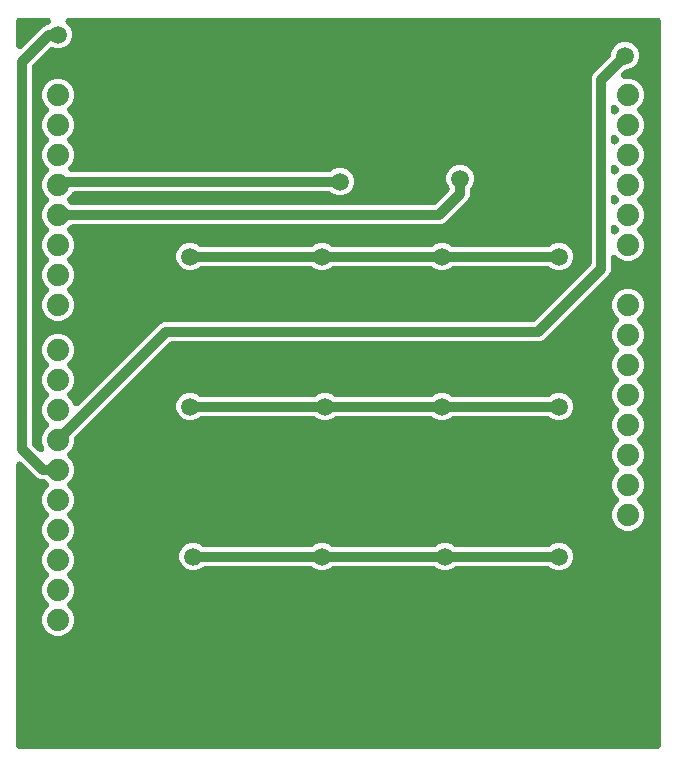
<source format=gbr>
G04 EAGLE Gerber X2 export*
%TF.Part,Single*%
%TF.FileFunction,Copper,L2,Bot,Mixed*%
%TF.FilePolarity,Positive*%
%TF.GenerationSoftware,Autodesk,EAGLE,9.1.3*%
%TF.CreationDate,2018-12-14T10:31:57Z*%
G75*
%MOMM*%
%FSLAX34Y34*%
%LPD*%
%AMOC8*
5,1,8,0,0,1.08239X$1,22.5*%
G01*
%ADD10C,1.879600*%
%ADD11C,1.500000*%
%ADD12C,0.812800*%

G36*
X542928Y60967D02*
X542928Y60967D01*
X543004Y60965D01*
X543173Y60987D01*
X543344Y61001D01*
X543418Y61019D01*
X543493Y61029D01*
X543657Y61078D01*
X543823Y61119D01*
X543892Y61149D01*
X543966Y61171D01*
X544119Y61247D01*
X544276Y61314D01*
X544340Y61355D01*
X544409Y61388D01*
X544548Y61487D01*
X544692Y61579D01*
X544749Y61630D01*
X544811Y61674D01*
X544932Y61794D01*
X545060Y61908D01*
X545108Y61967D01*
X545162Y62021D01*
X545263Y62159D01*
X545370Y62292D01*
X545407Y62358D01*
X545452Y62419D01*
X545529Y62572D01*
X545614Y62720D01*
X545640Y62792D01*
X545675Y62860D01*
X545726Y63023D01*
X545785Y63183D01*
X545800Y63258D01*
X545823Y63330D01*
X545835Y63435D01*
X545880Y63667D01*
X545887Y63903D01*
X545899Y64008D01*
X545899Y676912D01*
X545893Y676988D01*
X545895Y677064D01*
X545873Y677233D01*
X545859Y677404D01*
X545841Y677478D01*
X545831Y677553D01*
X545782Y677717D01*
X545741Y677883D01*
X545711Y677952D01*
X545689Y678026D01*
X545613Y678179D01*
X545546Y678336D01*
X545505Y678400D01*
X545472Y678469D01*
X545373Y678608D01*
X545281Y678752D01*
X545230Y678809D01*
X545186Y678871D01*
X545066Y678992D01*
X544952Y679120D01*
X544893Y679168D01*
X544839Y679222D01*
X544701Y679323D01*
X544568Y679430D01*
X544502Y679467D01*
X544441Y679512D01*
X544288Y679589D01*
X544140Y679674D01*
X544068Y679700D01*
X544000Y679735D01*
X543837Y679786D01*
X543677Y679845D01*
X543602Y679860D01*
X543530Y679883D01*
X543425Y679895D01*
X543193Y679940D01*
X542957Y679947D01*
X542852Y679959D01*
X44792Y679959D01*
X44754Y679956D01*
X44716Y679958D01*
X44508Y679936D01*
X44301Y679919D01*
X44264Y679910D01*
X44226Y679906D01*
X44024Y679851D01*
X43822Y679801D01*
X43787Y679786D01*
X43750Y679775D01*
X43560Y679688D01*
X43368Y679606D01*
X43336Y679586D01*
X43302Y679570D01*
X43129Y679453D01*
X42952Y679341D01*
X42924Y679316D01*
X42892Y679294D01*
X42740Y679151D01*
X42585Y679012D01*
X42561Y678983D01*
X42533Y678957D01*
X42405Y678790D01*
X42275Y678628D01*
X42256Y678596D01*
X42233Y678565D01*
X42134Y678381D01*
X42031Y678200D01*
X42017Y678164D01*
X41999Y678130D01*
X41932Y677933D01*
X41859Y677737D01*
X41852Y677700D01*
X41839Y677664D01*
X41804Y677457D01*
X41764Y677253D01*
X41763Y677215D01*
X41757Y677177D01*
X41755Y676968D01*
X41749Y676760D01*
X41754Y676722D01*
X41754Y676684D01*
X41786Y676477D01*
X41813Y676271D01*
X41824Y676234D01*
X41830Y676197D01*
X41896Y675998D01*
X41956Y675799D01*
X41973Y675764D01*
X41985Y675728D01*
X42081Y675542D01*
X42173Y675355D01*
X42195Y675324D01*
X42212Y675290D01*
X42271Y675218D01*
X42458Y674953D01*
X42579Y674831D01*
X42638Y674757D01*
X45364Y672031D01*
X47125Y667780D01*
X47125Y663180D01*
X45364Y658929D01*
X42111Y655676D01*
X37860Y653915D01*
X33260Y653915D01*
X31330Y654714D01*
X31123Y654781D01*
X30916Y654852D01*
X30888Y654857D01*
X30861Y654866D01*
X30646Y654898D01*
X30430Y654935D01*
X30401Y654935D01*
X30373Y654939D01*
X30155Y654936D01*
X29936Y654938D01*
X29908Y654933D01*
X29880Y654933D01*
X29665Y654895D01*
X29449Y654861D01*
X29422Y654852D01*
X29394Y654847D01*
X29188Y654775D01*
X28980Y654707D01*
X28955Y654694D01*
X28928Y654684D01*
X28737Y654580D01*
X28543Y654479D01*
X28524Y654464D01*
X28495Y654448D01*
X28106Y654146D01*
X28051Y654087D01*
X28010Y654054D01*
X14101Y640145D01*
X14027Y640059D01*
X13946Y639978D01*
X13868Y639871D01*
X13782Y639770D01*
X13723Y639672D01*
X13656Y639579D01*
X13596Y639461D01*
X13527Y639347D01*
X13485Y639241D01*
X13433Y639139D01*
X13393Y639012D01*
X13344Y638889D01*
X13319Y638778D01*
X13285Y638668D01*
X13275Y638575D01*
X13237Y638407D01*
X13219Y638083D01*
X13209Y637991D01*
X13209Y319589D01*
X13218Y319476D01*
X13217Y319361D01*
X13238Y319230D01*
X13249Y319098D01*
X13276Y318987D01*
X13294Y318874D01*
X13335Y318748D01*
X13367Y318619D01*
X13412Y318514D01*
X13448Y318405D01*
X13510Y318287D01*
X13562Y318165D01*
X13623Y318069D01*
X13676Y317968D01*
X13735Y317894D01*
X13827Y317749D01*
X14043Y317507D01*
X14101Y317435D01*
X18664Y312872D01*
X18772Y312780D01*
X18874Y312680D01*
X18960Y312620D01*
X19040Y312553D01*
X19162Y312479D01*
X19278Y312397D01*
X19372Y312352D01*
X19462Y312298D01*
X19595Y312245D01*
X19723Y312183D01*
X19823Y312154D01*
X19920Y312115D01*
X20059Y312084D01*
X20196Y312044D01*
X20300Y312031D01*
X20402Y312008D01*
X20544Y312000D01*
X20686Y311983D01*
X20790Y311986D01*
X20894Y311981D01*
X21036Y311996D01*
X21179Y312001D01*
X21281Y312022D01*
X21385Y312033D01*
X21522Y312071D01*
X21662Y312099D01*
X21760Y312136D01*
X21861Y312163D01*
X21990Y312223D01*
X22124Y312273D01*
X22214Y312326D01*
X22309Y312369D01*
X22427Y312449D01*
X22551Y312520D01*
X22632Y312586D01*
X22718Y312645D01*
X22822Y312742D01*
X22933Y312832D01*
X23002Y312911D01*
X23078Y312982D01*
X23165Y313095D01*
X23259Y313202D01*
X23315Y313291D01*
X23378Y313374D01*
X23446Y313499D01*
X23521Y313620D01*
X23562Y313716D01*
X23611Y313809D01*
X23658Y313944D01*
X23713Y314075D01*
X23737Y314176D01*
X23771Y314275D01*
X23795Y314416D01*
X23829Y314554D01*
X23836Y314658D01*
X23854Y314762D01*
X23855Y314904D01*
X23866Y315046D01*
X23856Y315150D01*
X23857Y315255D01*
X23835Y315396D01*
X23822Y315538D01*
X23801Y315613D01*
X23780Y315742D01*
X23645Y316155D01*
X23634Y316193D01*
X22097Y319902D01*
X22097Y325258D01*
X24147Y330206D01*
X27066Y333125D01*
X27115Y333183D01*
X27171Y333236D01*
X27275Y333371D01*
X27386Y333501D01*
X27425Y333566D01*
X27471Y333627D01*
X27552Y333777D01*
X27640Y333924D01*
X27668Y333995D01*
X27704Y334062D01*
X27760Y334223D01*
X27823Y334382D01*
X27840Y334456D01*
X27864Y334528D01*
X27893Y334697D01*
X27930Y334864D01*
X27934Y334940D01*
X27947Y335015D01*
X27948Y335186D01*
X27958Y335356D01*
X27950Y335432D01*
X27950Y335508D01*
X27924Y335677D01*
X27905Y335847D01*
X27885Y335920D01*
X27873Y335995D01*
X27820Y336158D01*
X27775Y336322D01*
X27743Y336392D01*
X27719Y336464D01*
X27640Y336615D01*
X27569Y336771D01*
X27527Y336834D01*
X27491Y336902D01*
X27426Y336984D01*
X27294Y337180D01*
X27132Y337352D01*
X27066Y337435D01*
X24147Y340354D01*
X22097Y345302D01*
X22097Y350658D01*
X24147Y355606D01*
X27066Y358525D01*
X27115Y358583D01*
X27171Y358636D01*
X27275Y358771D01*
X27386Y358901D01*
X27425Y358966D01*
X27471Y359027D01*
X27552Y359177D01*
X27640Y359324D01*
X27668Y359395D01*
X27704Y359462D01*
X27760Y359623D01*
X27823Y359782D01*
X27840Y359856D01*
X27864Y359928D01*
X27893Y360097D01*
X27930Y360264D01*
X27934Y360340D01*
X27947Y360415D01*
X27948Y360586D01*
X27958Y360756D01*
X27950Y360832D01*
X27950Y360908D01*
X27924Y361077D01*
X27905Y361247D01*
X27885Y361320D01*
X27873Y361395D01*
X27820Y361558D01*
X27775Y361722D01*
X27743Y361792D01*
X27719Y361864D01*
X27640Y362015D01*
X27569Y362171D01*
X27527Y362234D01*
X27491Y362302D01*
X27426Y362384D01*
X27294Y362580D01*
X27132Y362752D01*
X27066Y362835D01*
X24147Y365754D01*
X22097Y370702D01*
X22097Y376058D01*
X24147Y381006D01*
X27066Y383925D01*
X27115Y383983D01*
X27171Y384036D01*
X27275Y384171D01*
X27386Y384301D01*
X27425Y384366D01*
X27471Y384427D01*
X27552Y384577D01*
X27640Y384724D01*
X27668Y384795D01*
X27704Y384862D01*
X27760Y385023D01*
X27823Y385182D01*
X27840Y385256D01*
X27864Y385328D01*
X27893Y385497D01*
X27930Y385664D01*
X27934Y385740D01*
X27947Y385815D01*
X27948Y385986D01*
X27958Y386156D01*
X27950Y386232D01*
X27950Y386308D01*
X27924Y386477D01*
X27905Y386647D01*
X27885Y386720D01*
X27873Y386795D01*
X27820Y386958D01*
X27775Y387122D01*
X27743Y387192D01*
X27719Y387264D01*
X27640Y387415D01*
X27569Y387571D01*
X27527Y387634D01*
X27491Y387702D01*
X27426Y387784D01*
X27294Y387980D01*
X27132Y388152D01*
X27066Y388235D01*
X24147Y391154D01*
X22097Y396102D01*
X22097Y401458D01*
X24147Y406406D01*
X27934Y410193D01*
X32882Y412243D01*
X38238Y412243D01*
X43186Y410193D01*
X46973Y406406D01*
X49023Y401458D01*
X49023Y396102D01*
X46973Y391154D01*
X44054Y388235D01*
X44005Y388177D01*
X43949Y388125D01*
X43845Y387989D01*
X43734Y387859D01*
X43695Y387793D01*
X43649Y387733D01*
X43568Y387583D01*
X43480Y387436D01*
X43452Y387366D01*
X43416Y387298D01*
X43360Y387137D01*
X43297Y386978D01*
X43280Y386904D01*
X43256Y386832D01*
X43227Y386663D01*
X43190Y386497D01*
X43186Y386420D01*
X43173Y386345D01*
X43172Y386174D01*
X43162Y386004D01*
X43170Y385928D01*
X43170Y385852D01*
X43196Y385683D01*
X43215Y385513D01*
X43235Y385440D01*
X43247Y385365D01*
X43300Y385202D01*
X43345Y385038D01*
X43377Y384968D01*
X43401Y384896D01*
X43480Y384744D01*
X43551Y384589D01*
X43593Y384526D01*
X43629Y384458D01*
X43694Y384376D01*
X43826Y384180D01*
X43988Y384008D01*
X44054Y383925D01*
X46973Y381006D01*
X49023Y376058D01*
X49023Y370702D01*
X46973Y365754D01*
X44054Y362835D01*
X44005Y362777D01*
X43949Y362725D01*
X43845Y362589D01*
X43734Y362459D01*
X43695Y362393D01*
X43649Y362333D01*
X43568Y362183D01*
X43480Y362036D01*
X43452Y361966D01*
X43416Y361898D01*
X43360Y361737D01*
X43297Y361578D01*
X43280Y361504D01*
X43256Y361432D01*
X43227Y361263D01*
X43190Y361097D01*
X43186Y361020D01*
X43173Y360945D01*
X43172Y360774D01*
X43162Y360604D01*
X43170Y360528D01*
X43170Y360452D01*
X43196Y360283D01*
X43215Y360113D01*
X43235Y360040D01*
X43247Y359965D01*
X43300Y359802D01*
X43345Y359638D01*
X43377Y359568D01*
X43401Y359496D01*
X43480Y359344D01*
X43551Y359189D01*
X43593Y359126D01*
X43629Y359058D01*
X43694Y358976D01*
X43826Y358780D01*
X43988Y358608D01*
X44054Y358525D01*
X46973Y355606D01*
X48191Y352666D01*
X48273Y352505D01*
X48349Y352341D01*
X48386Y352286D01*
X48416Y352227D01*
X48523Y352081D01*
X48624Y351932D01*
X48670Y351883D01*
X48709Y351830D01*
X48839Y351703D01*
X48962Y351572D01*
X49015Y351532D01*
X49062Y351485D01*
X49210Y351381D01*
X49353Y351272D01*
X49412Y351240D01*
X49466Y351202D01*
X49629Y351124D01*
X49788Y351039D01*
X49851Y351017D01*
X49911Y350988D01*
X50084Y350937D01*
X50255Y350879D01*
X50320Y350867D01*
X50384Y350849D01*
X50563Y350826D01*
X50741Y350796D01*
X50808Y350796D01*
X50874Y350787D01*
X51053Y350794D01*
X51234Y350793D01*
X51300Y350803D01*
X51367Y350806D01*
X51543Y350842D01*
X51722Y350870D01*
X51785Y350890D01*
X51850Y350904D01*
X52019Y350967D01*
X52190Y351024D01*
X52249Y351055D01*
X52312Y351078D01*
X52468Y351168D01*
X52628Y351252D01*
X52669Y351285D01*
X52739Y351325D01*
X53121Y351637D01*
X53143Y351662D01*
X53161Y351677D01*
X122395Y420911D01*
X125383Y422149D01*
X437331Y422149D01*
X437444Y422158D01*
X437559Y422157D01*
X437690Y422178D01*
X437822Y422189D01*
X437933Y422216D01*
X438046Y422234D01*
X438172Y422275D01*
X438301Y422307D01*
X438406Y422352D01*
X438515Y422388D01*
X438633Y422450D01*
X438755Y422502D01*
X438851Y422563D01*
X438952Y422616D01*
X439026Y422675D01*
X439171Y422767D01*
X439413Y422983D01*
X439485Y423041D01*
X486279Y469835D01*
X486353Y469921D01*
X486434Y470002D01*
X486512Y470109D01*
X486598Y470210D01*
X486657Y470308D01*
X486724Y470401D01*
X486784Y470519D01*
X486853Y470633D01*
X486895Y470739D01*
X486947Y470841D01*
X486987Y470968D01*
X487036Y471091D01*
X487061Y471202D01*
X487095Y471312D01*
X487105Y471405D01*
X487143Y471573D01*
X487161Y471897D01*
X487171Y471989D01*
X487171Y628997D01*
X488409Y631985D01*
X491124Y634700D01*
X503163Y646739D01*
X503237Y646825D01*
X503318Y646906D01*
X503396Y647013D01*
X503482Y647114D01*
X503541Y647212D01*
X503608Y647305D01*
X503668Y647423D01*
X503737Y647537D01*
X503779Y647643D01*
X503831Y647745D01*
X503871Y647872D01*
X503920Y647995D01*
X503945Y648106D01*
X503979Y648215D01*
X503989Y648309D01*
X504027Y648477D01*
X504045Y648801D01*
X504055Y648893D01*
X504055Y650000D01*
X505816Y654251D01*
X509069Y657504D01*
X513320Y659265D01*
X517920Y659265D01*
X522171Y657504D01*
X525424Y654251D01*
X527185Y650000D01*
X527185Y645400D01*
X525424Y641149D01*
X522171Y637896D01*
X517920Y636135D01*
X516813Y636135D01*
X516700Y636126D01*
X516585Y636127D01*
X516454Y636106D01*
X516322Y636095D01*
X516211Y636068D01*
X516098Y636050D01*
X515972Y636009D01*
X515843Y635977D01*
X515738Y635932D01*
X515629Y635896D01*
X515511Y635834D01*
X515389Y635782D01*
X515293Y635721D01*
X515192Y635668D01*
X515118Y635609D01*
X514973Y635517D01*
X514731Y635301D01*
X514659Y635243D01*
X512760Y633345D01*
X512736Y633316D01*
X512707Y633290D01*
X512576Y633128D01*
X512441Y632969D01*
X512421Y632936D01*
X512397Y632906D01*
X512295Y632726D01*
X512186Y632546D01*
X512172Y632511D01*
X512153Y632478D01*
X512081Y632282D01*
X512003Y632088D01*
X511995Y632051D01*
X511982Y632015D01*
X511942Y631810D01*
X511897Y631606D01*
X511894Y631568D01*
X511887Y631531D01*
X511881Y631323D01*
X511869Y631114D01*
X511873Y631076D01*
X511872Y631038D01*
X511899Y630831D01*
X511921Y630623D01*
X511931Y630587D01*
X511936Y630549D01*
X511997Y630349D01*
X512052Y630148D01*
X512068Y630113D01*
X512079Y630076D01*
X512170Y629889D01*
X512257Y629699D01*
X512279Y629667D01*
X512296Y629633D01*
X512416Y629463D01*
X512533Y629290D01*
X512559Y629262D01*
X512581Y629231D01*
X512728Y629082D01*
X512871Y628930D01*
X512901Y628907D01*
X512928Y628880D01*
X513096Y628757D01*
X513262Y628630D01*
X513296Y628612D01*
X513327Y628590D01*
X513513Y628496D01*
X513697Y628397D01*
X513733Y628385D01*
X513767Y628367D01*
X513966Y628305D01*
X514164Y628237D01*
X514201Y628231D01*
X514237Y628219D01*
X514330Y628209D01*
X514650Y628154D01*
X514822Y628153D01*
X514915Y628143D01*
X520838Y628143D01*
X525786Y626093D01*
X529573Y622306D01*
X531623Y617358D01*
X531623Y612002D01*
X529573Y607054D01*
X526654Y604135D01*
X526605Y604077D01*
X526549Y604024D01*
X526445Y603889D01*
X526334Y603759D01*
X526295Y603694D01*
X526249Y603633D01*
X526168Y603483D01*
X526080Y603336D01*
X526052Y603265D01*
X526016Y603198D01*
X525960Y603037D01*
X525897Y602878D01*
X525880Y602804D01*
X525856Y602732D01*
X525827Y602563D01*
X525790Y602396D01*
X525786Y602320D01*
X525773Y602245D01*
X525772Y602074D01*
X525762Y601904D01*
X525770Y601828D01*
X525770Y601752D01*
X525796Y601583D01*
X525815Y601413D01*
X525835Y601340D01*
X525847Y601265D01*
X525900Y601102D01*
X525945Y600938D01*
X525977Y600868D01*
X526001Y600796D01*
X526080Y600645D01*
X526151Y600489D01*
X526193Y600426D01*
X526229Y600358D01*
X526294Y600276D01*
X526426Y600080D01*
X526588Y599908D01*
X526654Y599825D01*
X529573Y596906D01*
X531623Y591958D01*
X531623Y586602D01*
X529573Y581654D01*
X526654Y578735D01*
X526605Y578677D01*
X526549Y578624D01*
X526445Y578489D01*
X526334Y578359D01*
X526295Y578294D01*
X526249Y578233D01*
X526168Y578083D01*
X526080Y577936D01*
X526052Y577865D01*
X526016Y577798D01*
X525960Y577637D01*
X525897Y577478D01*
X525880Y577404D01*
X525856Y577332D01*
X525827Y577163D01*
X525790Y576996D01*
X525786Y576920D01*
X525773Y576845D01*
X525772Y576674D01*
X525762Y576504D01*
X525770Y576428D01*
X525770Y576352D01*
X525796Y576183D01*
X525815Y576013D01*
X525835Y575940D01*
X525847Y575865D01*
X525900Y575702D01*
X525945Y575538D01*
X525977Y575468D01*
X526001Y575396D01*
X526080Y575245D01*
X526151Y575089D01*
X526193Y575026D01*
X526229Y574958D01*
X526294Y574876D01*
X526426Y574680D01*
X526588Y574508D01*
X526654Y574425D01*
X529573Y571506D01*
X531623Y566558D01*
X531623Y561202D01*
X529573Y556254D01*
X526654Y553335D01*
X526605Y553277D01*
X526549Y553224D01*
X526445Y553089D01*
X526334Y552959D01*
X526295Y552894D01*
X526249Y552833D01*
X526168Y552683D01*
X526080Y552536D01*
X526052Y552465D01*
X526016Y552398D01*
X525960Y552237D01*
X525897Y552078D01*
X525880Y552004D01*
X525856Y551932D01*
X525827Y551763D01*
X525790Y551596D01*
X525786Y551520D01*
X525773Y551445D01*
X525772Y551274D01*
X525762Y551104D01*
X525770Y551028D01*
X525770Y550952D01*
X525796Y550783D01*
X525815Y550613D01*
X525835Y550540D01*
X525847Y550465D01*
X525900Y550302D01*
X525945Y550138D01*
X525977Y550068D01*
X526001Y549996D01*
X526080Y549845D01*
X526151Y549689D01*
X526193Y549626D01*
X526229Y549558D01*
X526294Y549476D01*
X526426Y549280D01*
X526588Y549108D01*
X526654Y549025D01*
X529573Y546106D01*
X531623Y541158D01*
X531623Y535802D01*
X529573Y530854D01*
X526654Y527935D01*
X526605Y527877D01*
X526549Y527824D01*
X526445Y527689D01*
X526334Y527559D01*
X526295Y527494D01*
X526249Y527433D01*
X526168Y527283D01*
X526080Y527136D01*
X526052Y527065D01*
X526016Y526998D01*
X525960Y526837D01*
X525897Y526678D01*
X525880Y526604D01*
X525856Y526532D01*
X525827Y526363D01*
X525790Y526196D01*
X525786Y526120D01*
X525773Y526045D01*
X525772Y525874D01*
X525762Y525704D01*
X525770Y525628D01*
X525770Y525552D01*
X525796Y525383D01*
X525815Y525213D01*
X525835Y525140D01*
X525847Y525065D01*
X525900Y524902D01*
X525945Y524738D01*
X525977Y524668D01*
X526001Y524596D01*
X526080Y524445D01*
X526151Y524289D01*
X526193Y524226D01*
X526229Y524158D01*
X526294Y524076D01*
X526426Y523880D01*
X526588Y523708D01*
X526654Y523625D01*
X529573Y520706D01*
X531623Y515758D01*
X531623Y510402D01*
X529573Y505454D01*
X526654Y502535D01*
X526605Y502477D01*
X526549Y502424D01*
X526445Y502289D01*
X526334Y502159D01*
X526295Y502094D01*
X526249Y502033D01*
X526168Y501883D01*
X526080Y501736D01*
X526052Y501665D01*
X526016Y501598D01*
X525960Y501437D01*
X525897Y501278D01*
X525880Y501204D01*
X525856Y501132D01*
X525827Y500963D01*
X525790Y500796D01*
X525786Y500720D01*
X525773Y500645D01*
X525772Y500474D01*
X525762Y500304D01*
X525770Y500228D01*
X525770Y500152D01*
X525796Y499983D01*
X525815Y499813D01*
X525835Y499740D01*
X525847Y499665D01*
X525900Y499502D01*
X525945Y499338D01*
X525977Y499268D01*
X526001Y499196D01*
X526080Y499045D01*
X526151Y498889D01*
X526193Y498826D01*
X526229Y498758D01*
X526294Y498676D01*
X526426Y498480D01*
X526588Y498308D01*
X526654Y498225D01*
X529573Y495306D01*
X531623Y490358D01*
X531623Y485002D01*
X529573Y480054D01*
X525786Y476267D01*
X520838Y474217D01*
X515482Y474217D01*
X510534Y476267D01*
X508631Y478170D01*
X508602Y478195D01*
X508576Y478223D01*
X508414Y478354D01*
X508255Y478490D01*
X508222Y478509D01*
X508192Y478533D01*
X508011Y478636D01*
X507832Y478744D01*
X507797Y478758D01*
X507764Y478777D01*
X507568Y478850D01*
X507374Y478927D01*
X507337Y478936D01*
X507301Y478949D01*
X507096Y478989D01*
X506892Y479034D01*
X506854Y479036D01*
X506817Y479043D01*
X506609Y479050D01*
X506400Y479062D01*
X506362Y479058D01*
X506324Y479059D01*
X506117Y479032D01*
X505909Y479009D01*
X505873Y478999D01*
X505835Y478994D01*
X505635Y478934D01*
X505434Y478879D01*
X505399Y478863D01*
X505362Y478852D01*
X505175Y478760D01*
X504985Y478673D01*
X504954Y478652D01*
X504919Y478635D01*
X504749Y478514D01*
X504576Y478398D01*
X504548Y478372D01*
X504517Y478350D01*
X504369Y478203D01*
X504216Y478060D01*
X504193Y478030D01*
X504166Y478003D01*
X504043Y477834D01*
X503916Y477669D01*
X503898Y477635D01*
X503876Y477604D01*
X503782Y477418D01*
X503683Y477234D01*
X503670Y477198D01*
X503653Y477164D01*
X503591Y476964D01*
X503523Y476767D01*
X503517Y476730D01*
X503505Y476693D01*
X503495Y476600D01*
X503440Y476281D01*
X503439Y476109D01*
X503429Y476015D01*
X503429Y465743D01*
X502191Y462755D01*
X499476Y460040D01*
X446565Y407129D01*
X443577Y405891D01*
X131629Y405891D01*
X131516Y405882D01*
X131401Y405883D01*
X131270Y405862D01*
X131138Y405851D01*
X131027Y405824D01*
X130914Y405806D01*
X130788Y405765D01*
X130659Y405733D01*
X130554Y405688D01*
X130445Y405652D01*
X130327Y405590D01*
X130205Y405538D01*
X130109Y405477D01*
X130008Y405424D01*
X129934Y405365D01*
X129789Y405273D01*
X129547Y405057D01*
X129475Y404999D01*
X49915Y325439D01*
X49841Y325353D01*
X49760Y325272D01*
X49682Y325165D01*
X49596Y325064D01*
X49537Y324966D01*
X49470Y324873D01*
X49410Y324755D01*
X49341Y324641D01*
X49299Y324535D01*
X49247Y324433D01*
X49207Y324306D01*
X49158Y324183D01*
X49133Y324072D01*
X49099Y323962D01*
X49089Y323869D01*
X49051Y323701D01*
X49033Y323377D01*
X49023Y323285D01*
X49023Y319902D01*
X46973Y314954D01*
X44054Y312035D01*
X44005Y311977D01*
X43949Y311925D01*
X43845Y311789D01*
X43734Y311659D01*
X43695Y311593D01*
X43649Y311533D01*
X43568Y311383D01*
X43480Y311236D01*
X43452Y311166D01*
X43416Y311098D01*
X43360Y310937D01*
X43297Y310778D01*
X43280Y310704D01*
X43256Y310632D01*
X43227Y310463D01*
X43190Y310297D01*
X43186Y310220D01*
X43173Y310145D01*
X43172Y309974D01*
X43162Y309804D01*
X43170Y309728D01*
X43170Y309652D01*
X43196Y309483D01*
X43215Y309313D01*
X43235Y309240D01*
X43247Y309165D01*
X43300Y309002D01*
X43345Y308838D01*
X43377Y308768D01*
X43401Y308696D01*
X43480Y308544D01*
X43551Y308389D01*
X43593Y308326D01*
X43629Y308258D01*
X43694Y308176D01*
X43826Y307980D01*
X43988Y307808D01*
X44054Y307725D01*
X46973Y304806D01*
X49023Y299858D01*
X49023Y294502D01*
X46973Y289554D01*
X44054Y286635D01*
X44005Y286577D01*
X43949Y286525D01*
X43845Y286389D01*
X43734Y286259D01*
X43695Y286193D01*
X43649Y286133D01*
X43568Y285983D01*
X43480Y285836D01*
X43452Y285766D01*
X43416Y285698D01*
X43360Y285537D01*
X43297Y285378D01*
X43280Y285304D01*
X43256Y285232D01*
X43227Y285063D01*
X43190Y284897D01*
X43186Y284820D01*
X43173Y284745D01*
X43172Y284574D01*
X43162Y284404D01*
X43170Y284328D01*
X43170Y284252D01*
X43196Y284083D01*
X43215Y283913D01*
X43235Y283840D01*
X43247Y283765D01*
X43300Y283602D01*
X43345Y283438D01*
X43377Y283368D01*
X43401Y283296D01*
X43480Y283144D01*
X43551Y282989D01*
X43593Y282926D01*
X43629Y282858D01*
X43694Y282776D01*
X43826Y282580D01*
X43988Y282408D01*
X44054Y282325D01*
X46973Y279406D01*
X49023Y274458D01*
X49023Y269102D01*
X46973Y264154D01*
X44054Y261235D01*
X44005Y261177D01*
X43949Y261125D01*
X43845Y260989D01*
X43734Y260859D01*
X43695Y260793D01*
X43649Y260733D01*
X43568Y260583D01*
X43480Y260436D01*
X43452Y260366D01*
X43416Y260298D01*
X43360Y260137D01*
X43297Y259978D01*
X43280Y259904D01*
X43256Y259832D01*
X43227Y259663D01*
X43190Y259497D01*
X43186Y259420D01*
X43173Y259345D01*
X43172Y259174D01*
X43162Y259004D01*
X43170Y258928D01*
X43170Y258852D01*
X43196Y258683D01*
X43215Y258513D01*
X43235Y258440D01*
X43247Y258365D01*
X43300Y258202D01*
X43345Y258038D01*
X43377Y257968D01*
X43401Y257896D01*
X43480Y257744D01*
X43551Y257589D01*
X43593Y257526D01*
X43629Y257458D01*
X43694Y257376D01*
X43826Y257180D01*
X43909Y257091D01*
X43923Y257073D01*
X43993Y257002D01*
X44054Y256925D01*
X46973Y254006D01*
X49023Y249058D01*
X49023Y243702D01*
X46973Y238754D01*
X44054Y235835D01*
X44005Y235777D01*
X43949Y235725D01*
X43845Y235589D01*
X43734Y235459D01*
X43695Y235393D01*
X43649Y235333D01*
X43568Y235183D01*
X43480Y235036D01*
X43452Y234966D01*
X43416Y234898D01*
X43360Y234737D01*
X43297Y234578D01*
X43280Y234504D01*
X43256Y234432D01*
X43227Y234263D01*
X43190Y234097D01*
X43186Y234020D01*
X43173Y233945D01*
X43172Y233774D01*
X43162Y233604D01*
X43170Y233528D01*
X43170Y233452D01*
X43196Y233283D01*
X43215Y233113D01*
X43235Y233040D01*
X43247Y232965D01*
X43300Y232802D01*
X43345Y232638D01*
X43377Y232568D01*
X43401Y232496D01*
X43480Y232344D01*
X43551Y232189D01*
X43593Y232126D01*
X43629Y232058D01*
X43694Y231976D01*
X43826Y231780D01*
X43988Y231608D01*
X44054Y231525D01*
X46973Y228606D01*
X49023Y223658D01*
X49023Y218302D01*
X46973Y213354D01*
X44054Y210435D01*
X44005Y210377D01*
X43949Y210325D01*
X43845Y210189D01*
X43734Y210059D01*
X43695Y209993D01*
X43649Y209933D01*
X43568Y209783D01*
X43480Y209636D01*
X43452Y209566D01*
X43416Y209498D01*
X43360Y209337D01*
X43297Y209178D01*
X43280Y209104D01*
X43256Y209032D01*
X43227Y208863D01*
X43190Y208697D01*
X43186Y208620D01*
X43173Y208545D01*
X43172Y208374D01*
X43162Y208204D01*
X43170Y208128D01*
X43170Y208052D01*
X43196Y207883D01*
X43215Y207713D01*
X43235Y207640D01*
X43247Y207565D01*
X43300Y207402D01*
X43345Y207238D01*
X43377Y207168D01*
X43401Y207096D01*
X43480Y206944D01*
X43551Y206789D01*
X43593Y206726D01*
X43629Y206658D01*
X43694Y206576D01*
X43826Y206380D01*
X43988Y206208D01*
X44054Y206125D01*
X46973Y203206D01*
X49023Y198258D01*
X49023Y192902D01*
X46973Y187954D01*
X44054Y185035D01*
X44005Y184977D01*
X43949Y184925D01*
X43845Y184789D01*
X43734Y184659D01*
X43695Y184593D01*
X43649Y184533D01*
X43568Y184383D01*
X43480Y184236D01*
X43452Y184166D01*
X43416Y184098D01*
X43360Y183937D01*
X43297Y183778D01*
X43280Y183704D01*
X43256Y183632D01*
X43227Y183463D01*
X43190Y183297D01*
X43186Y183220D01*
X43173Y183145D01*
X43172Y182974D01*
X43162Y182804D01*
X43170Y182728D01*
X43170Y182652D01*
X43196Y182483D01*
X43215Y182313D01*
X43235Y182240D01*
X43247Y182165D01*
X43300Y182002D01*
X43345Y181838D01*
X43377Y181768D01*
X43401Y181696D01*
X43480Y181544D01*
X43551Y181389D01*
X43593Y181326D01*
X43629Y181258D01*
X43694Y181176D01*
X43826Y180980D01*
X43887Y180915D01*
X43904Y180892D01*
X43994Y180801D01*
X44054Y180725D01*
X46973Y177806D01*
X49023Y172858D01*
X49023Y167502D01*
X46973Y162554D01*
X43186Y158767D01*
X38238Y156717D01*
X32882Y156717D01*
X27934Y158767D01*
X24147Y162554D01*
X22097Y167502D01*
X22097Y172858D01*
X24147Y177806D01*
X27066Y180725D01*
X27080Y180741D01*
X27090Y180750D01*
X27120Y180787D01*
X27171Y180836D01*
X27275Y180971D01*
X27386Y181101D01*
X27425Y181166D01*
X27471Y181227D01*
X27552Y181377D01*
X27640Y181524D01*
X27668Y181595D01*
X27704Y181662D01*
X27760Y181823D01*
X27823Y181982D01*
X27840Y182056D01*
X27864Y182128D01*
X27893Y182297D01*
X27930Y182464D01*
X27934Y182540D01*
X27947Y182615D01*
X27948Y182786D01*
X27958Y182956D01*
X27950Y183032D01*
X27950Y183108D01*
X27924Y183277D01*
X27905Y183447D01*
X27885Y183520D01*
X27873Y183595D01*
X27820Y183758D01*
X27775Y183922D01*
X27743Y183992D01*
X27719Y184064D01*
X27640Y184215D01*
X27569Y184371D01*
X27527Y184434D01*
X27491Y184502D01*
X27426Y184584D01*
X27294Y184780D01*
X27132Y184952D01*
X27066Y185035D01*
X24147Y187954D01*
X22097Y192902D01*
X22097Y198258D01*
X24147Y203206D01*
X27066Y206125D01*
X27115Y206183D01*
X27171Y206236D01*
X27275Y206371D01*
X27386Y206501D01*
X27425Y206566D01*
X27471Y206627D01*
X27552Y206777D01*
X27640Y206924D01*
X27668Y206995D01*
X27704Y207062D01*
X27760Y207223D01*
X27823Y207382D01*
X27840Y207456D01*
X27864Y207528D01*
X27893Y207697D01*
X27930Y207864D01*
X27934Y207940D01*
X27947Y208015D01*
X27948Y208186D01*
X27958Y208356D01*
X27950Y208432D01*
X27950Y208508D01*
X27924Y208677D01*
X27905Y208847D01*
X27885Y208920D01*
X27873Y208995D01*
X27820Y209158D01*
X27775Y209322D01*
X27743Y209392D01*
X27719Y209464D01*
X27640Y209615D01*
X27569Y209771D01*
X27527Y209834D01*
X27491Y209902D01*
X27426Y209984D01*
X27294Y210180D01*
X27132Y210352D01*
X27066Y210435D01*
X24147Y213354D01*
X22097Y218302D01*
X22097Y223658D01*
X24147Y228606D01*
X27066Y231525D01*
X27115Y231583D01*
X27171Y231636D01*
X27275Y231771D01*
X27386Y231901D01*
X27425Y231966D01*
X27471Y232027D01*
X27552Y232177D01*
X27640Y232324D01*
X27668Y232395D01*
X27704Y232462D01*
X27760Y232623D01*
X27823Y232782D01*
X27840Y232856D01*
X27864Y232928D01*
X27893Y233097D01*
X27930Y233264D01*
X27934Y233340D01*
X27947Y233415D01*
X27948Y233586D01*
X27958Y233756D01*
X27950Y233832D01*
X27950Y233908D01*
X27924Y234077D01*
X27905Y234247D01*
X27885Y234320D01*
X27873Y234395D01*
X27820Y234558D01*
X27775Y234722D01*
X27743Y234792D01*
X27719Y234864D01*
X27640Y235015D01*
X27569Y235171D01*
X27527Y235234D01*
X27491Y235302D01*
X27426Y235384D01*
X27294Y235580D01*
X27132Y235752D01*
X27066Y235835D01*
X24147Y238754D01*
X22097Y243702D01*
X22097Y249058D01*
X24147Y254006D01*
X27066Y256925D01*
X27115Y256983D01*
X27171Y257036D01*
X27275Y257171D01*
X27386Y257301D01*
X27425Y257366D01*
X27471Y257427D01*
X27552Y257577D01*
X27640Y257724D01*
X27668Y257795D01*
X27704Y257862D01*
X27760Y258023D01*
X27823Y258182D01*
X27840Y258256D01*
X27864Y258328D01*
X27893Y258497D01*
X27930Y258664D01*
X27934Y258740D01*
X27947Y258815D01*
X27948Y258986D01*
X27958Y259156D01*
X27950Y259232D01*
X27950Y259308D01*
X27924Y259477D01*
X27905Y259647D01*
X27885Y259720D01*
X27873Y259795D01*
X27820Y259958D01*
X27775Y260122D01*
X27743Y260192D01*
X27719Y260264D01*
X27640Y260415D01*
X27569Y260571D01*
X27527Y260634D01*
X27491Y260702D01*
X27426Y260784D01*
X27294Y260980D01*
X27132Y261152D01*
X27066Y261235D01*
X24147Y264154D01*
X22097Y269102D01*
X22097Y274458D01*
X24147Y279406D01*
X27066Y282325D01*
X27115Y282383D01*
X27171Y282436D01*
X27275Y282571D01*
X27386Y282701D01*
X27425Y282767D01*
X27471Y282827D01*
X27552Y282977D01*
X27640Y283124D01*
X27668Y283195D01*
X27704Y283262D01*
X27760Y283423D01*
X27823Y283582D01*
X27840Y283656D01*
X27864Y283728D01*
X27893Y283897D01*
X27930Y284064D01*
X27934Y284140D01*
X27947Y284215D01*
X27948Y284386D01*
X27958Y284556D01*
X27950Y284632D01*
X27950Y284708D01*
X27924Y284877D01*
X27905Y285047D01*
X27885Y285120D01*
X27873Y285195D01*
X27820Y285358D01*
X27775Y285522D01*
X27743Y285592D01*
X27719Y285664D01*
X27640Y285815D01*
X27569Y285971D01*
X27526Y286034D01*
X27491Y286102D01*
X27426Y286184D01*
X27294Y286380D01*
X27132Y286552D01*
X27066Y286635D01*
X25542Y288159D01*
X25455Y288233D01*
X25375Y288314D01*
X25268Y288392D01*
X25166Y288478D01*
X25068Y288537D01*
X24976Y288604D01*
X24857Y288664D01*
X24744Y288733D01*
X24637Y288775D01*
X24536Y288827D01*
X24409Y288867D01*
X24285Y288916D01*
X24174Y288941D01*
X24065Y288975D01*
X23972Y288985D01*
X23804Y289023D01*
X23480Y289041D01*
X23387Y289051D01*
X21243Y289051D01*
X18255Y290289D01*
X15540Y293004D01*
X5203Y303342D01*
X5174Y303366D01*
X5148Y303395D01*
X4986Y303526D01*
X4827Y303661D01*
X4794Y303681D01*
X4764Y303705D01*
X4584Y303807D01*
X4404Y303916D01*
X4369Y303930D01*
X4336Y303949D01*
X4140Y304021D01*
X3946Y304099D01*
X3909Y304107D01*
X3873Y304120D01*
X3668Y304160D01*
X3464Y304205D01*
X3426Y304208D01*
X3389Y304215D01*
X3181Y304221D01*
X2972Y304233D01*
X2934Y304229D01*
X2896Y304230D01*
X2689Y304203D01*
X2481Y304181D01*
X2445Y304171D01*
X2407Y304166D01*
X2207Y304105D01*
X2006Y304050D01*
X1971Y304034D01*
X1934Y304023D01*
X1747Y303932D01*
X1557Y303845D01*
X1525Y303823D01*
X1491Y303806D01*
X1322Y303686D01*
X1148Y303569D01*
X1120Y303543D01*
X1089Y303521D01*
X941Y303374D01*
X788Y303231D01*
X765Y303201D01*
X738Y303174D01*
X615Y303006D01*
X488Y302840D01*
X470Y302806D01*
X448Y302775D01*
X354Y302589D01*
X255Y302405D01*
X242Y302369D01*
X225Y302335D01*
X163Y302136D01*
X95Y301938D01*
X89Y301901D01*
X77Y301865D01*
X67Y301772D01*
X12Y301452D01*
X11Y301280D01*
X1Y301187D01*
X1Y64008D01*
X7Y63932D01*
X5Y63856D01*
X27Y63687D01*
X41Y63516D01*
X59Y63442D01*
X69Y63367D01*
X118Y63203D01*
X159Y63037D01*
X189Y62968D01*
X211Y62894D01*
X287Y62741D01*
X354Y62584D01*
X395Y62520D01*
X428Y62451D01*
X527Y62312D01*
X619Y62168D01*
X670Y62111D01*
X714Y62049D01*
X834Y61928D01*
X948Y61800D01*
X1007Y61752D01*
X1061Y61698D01*
X1199Y61597D01*
X1332Y61490D01*
X1398Y61453D01*
X1459Y61408D01*
X1612Y61331D01*
X1760Y61246D01*
X1832Y61220D01*
X1900Y61185D01*
X2063Y61134D01*
X2223Y61075D01*
X2298Y61060D01*
X2370Y61037D01*
X2475Y61025D01*
X2707Y60980D01*
X2943Y60973D01*
X3048Y60961D01*
X542852Y60961D01*
X542928Y60967D01*
G37*
%LPC*%
G36*
X32882Y423417D02*
X32882Y423417D01*
X27934Y425467D01*
X24147Y429254D01*
X22097Y434202D01*
X22097Y439558D01*
X24147Y444506D01*
X27066Y447425D01*
X27115Y447483D01*
X27171Y447536D01*
X27275Y447671D01*
X27386Y447801D01*
X27425Y447866D01*
X27471Y447927D01*
X27552Y448077D01*
X27640Y448224D01*
X27668Y448295D01*
X27704Y448362D01*
X27760Y448523D01*
X27823Y448682D01*
X27840Y448756D01*
X27864Y448828D01*
X27893Y448997D01*
X27930Y449164D01*
X27934Y449240D01*
X27947Y449315D01*
X27948Y449486D01*
X27958Y449656D01*
X27950Y449732D01*
X27950Y449808D01*
X27924Y449977D01*
X27905Y450147D01*
X27885Y450220D01*
X27873Y450295D01*
X27820Y450458D01*
X27775Y450622D01*
X27743Y450692D01*
X27719Y450764D01*
X27640Y450915D01*
X27569Y451071D01*
X27527Y451134D01*
X27491Y451202D01*
X27426Y451284D01*
X27294Y451480D01*
X27132Y451652D01*
X27066Y451735D01*
X24147Y454654D01*
X22097Y459602D01*
X22097Y464958D01*
X24147Y469906D01*
X27066Y472825D01*
X27115Y472883D01*
X27171Y472936D01*
X27275Y473071D01*
X27386Y473201D01*
X27425Y473266D01*
X27471Y473327D01*
X27552Y473477D01*
X27640Y473624D01*
X27668Y473695D01*
X27704Y473762D01*
X27760Y473923D01*
X27823Y474082D01*
X27840Y474156D01*
X27864Y474228D01*
X27893Y474397D01*
X27930Y474564D01*
X27934Y474640D01*
X27947Y474715D01*
X27948Y474886D01*
X27958Y475056D01*
X27950Y475132D01*
X27950Y475208D01*
X27924Y475377D01*
X27905Y475547D01*
X27885Y475620D01*
X27873Y475695D01*
X27820Y475858D01*
X27775Y476022D01*
X27743Y476092D01*
X27719Y476164D01*
X27640Y476315D01*
X27569Y476471D01*
X27527Y476534D01*
X27491Y476602D01*
X27426Y476684D01*
X27294Y476880D01*
X27132Y477052D01*
X27066Y477135D01*
X24147Y480054D01*
X22097Y485002D01*
X22097Y490358D01*
X24147Y495306D01*
X27066Y498225D01*
X27115Y498283D01*
X27171Y498336D01*
X27275Y498471D01*
X27386Y498601D01*
X27425Y498666D01*
X27471Y498727D01*
X27552Y498877D01*
X27640Y499024D01*
X27668Y499095D01*
X27704Y499162D01*
X27760Y499323D01*
X27823Y499482D01*
X27840Y499556D01*
X27864Y499628D01*
X27893Y499797D01*
X27930Y499964D01*
X27934Y500040D01*
X27947Y500115D01*
X27948Y500286D01*
X27958Y500456D01*
X27950Y500532D01*
X27950Y500608D01*
X27924Y500777D01*
X27905Y500947D01*
X27885Y501020D01*
X27873Y501095D01*
X27820Y501258D01*
X27775Y501422D01*
X27743Y501492D01*
X27719Y501564D01*
X27640Y501715D01*
X27569Y501871D01*
X27527Y501934D01*
X27491Y502002D01*
X27426Y502084D01*
X27294Y502280D01*
X27132Y502452D01*
X27066Y502535D01*
X24147Y505454D01*
X22097Y510402D01*
X22097Y515758D01*
X24147Y520706D01*
X27066Y523625D01*
X27115Y523683D01*
X27171Y523736D01*
X27275Y523871D01*
X27386Y524001D01*
X27425Y524066D01*
X27471Y524127D01*
X27552Y524277D01*
X27640Y524424D01*
X27668Y524495D01*
X27704Y524562D01*
X27760Y524723D01*
X27823Y524882D01*
X27840Y524956D01*
X27864Y525028D01*
X27893Y525197D01*
X27930Y525364D01*
X27934Y525440D01*
X27947Y525515D01*
X27948Y525686D01*
X27958Y525856D01*
X27950Y525932D01*
X27950Y526008D01*
X27924Y526177D01*
X27905Y526347D01*
X27885Y526420D01*
X27873Y526495D01*
X27820Y526658D01*
X27775Y526822D01*
X27743Y526892D01*
X27719Y526964D01*
X27640Y527115D01*
X27569Y527271D01*
X27527Y527334D01*
X27491Y527402D01*
X27426Y527484D01*
X27294Y527680D01*
X27132Y527852D01*
X27066Y527935D01*
X24147Y530854D01*
X22097Y535802D01*
X22097Y541158D01*
X24147Y546106D01*
X27066Y549025D01*
X27115Y549083D01*
X27171Y549136D01*
X27275Y549271D01*
X27386Y549401D01*
X27425Y549466D01*
X27471Y549527D01*
X27552Y549677D01*
X27640Y549824D01*
X27668Y549895D01*
X27704Y549962D01*
X27760Y550123D01*
X27823Y550282D01*
X27840Y550356D01*
X27864Y550428D01*
X27893Y550597D01*
X27930Y550764D01*
X27934Y550840D01*
X27947Y550915D01*
X27948Y551086D01*
X27958Y551256D01*
X27950Y551332D01*
X27950Y551408D01*
X27924Y551577D01*
X27905Y551747D01*
X27885Y551820D01*
X27873Y551895D01*
X27820Y552058D01*
X27775Y552222D01*
X27743Y552292D01*
X27719Y552364D01*
X27640Y552515D01*
X27569Y552671D01*
X27527Y552734D01*
X27491Y552802D01*
X27426Y552884D01*
X27294Y553080D01*
X27132Y553252D01*
X27066Y553335D01*
X24147Y556254D01*
X22097Y561202D01*
X22097Y566558D01*
X24147Y571506D01*
X27066Y574425D01*
X27115Y574483D01*
X27171Y574536D01*
X27275Y574671D01*
X27386Y574801D01*
X27425Y574866D01*
X27471Y574927D01*
X27552Y575077D01*
X27640Y575224D01*
X27668Y575295D01*
X27704Y575362D01*
X27760Y575523D01*
X27823Y575682D01*
X27840Y575756D01*
X27864Y575828D01*
X27893Y575997D01*
X27930Y576164D01*
X27934Y576240D01*
X27947Y576315D01*
X27948Y576486D01*
X27958Y576656D01*
X27950Y576732D01*
X27950Y576808D01*
X27924Y576977D01*
X27905Y577147D01*
X27885Y577220D01*
X27873Y577295D01*
X27820Y577458D01*
X27775Y577622D01*
X27743Y577692D01*
X27719Y577764D01*
X27640Y577915D01*
X27569Y578071D01*
X27527Y578134D01*
X27491Y578202D01*
X27426Y578284D01*
X27294Y578480D01*
X27132Y578652D01*
X27066Y578735D01*
X24147Y581654D01*
X22097Y586602D01*
X22097Y591958D01*
X24147Y596906D01*
X27066Y599825D01*
X27115Y599883D01*
X27171Y599936D01*
X27275Y600071D01*
X27386Y600201D01*
X27425Y600266D01*
X27471Y600327D01*
X27552Y600477D01*
X27640Y600624D01*
X27668Y600695D01*
X27704Y600762D01*
X27760Y600923D01*
X27823Y601082D01*
X27840Y601156D01*
X27864Y601228D01*
X27893Y601397D01*
X27930Y601564D01*
X27934Y601640D01*
X27947Y601715D01*
X27948Y601886D01*
X27958Y602056D01*
X27950Y602132D01*
X27950Y602208D01*
X27924Y602377D01*
X27905Y602547D01*
X27885Y602620D01*
X27873Y602695D01*
X27820Y602858D01*
X27775Y603022D01*
X27743Y603092D01*
X27719Y603164D01*
X27640Y603315D01*
X27569Y603471D01*
X27527Y603534D01*
X27491Y603602D01*
X27426Y603684D01*
X27294Y603880D01*
X27132Y604052D01*
X27066Y604135D01*
X24147Y607054D01*
X22097Y612002D01*
X22097Y617358D01*
X24147Y622306D01*
X27934Y626093D01*
X32882Y628143D01*
X38238Y628143D01*
X43186Y626093D01*
X46973Y622306D01*
X49023Y617358D01*
X49023Y612002D01*
X46973Y607054D01*
X44054Y604135D01*
X44005Y604077D01*
X43949Y604025D01*
X43845Y603889D01*
X43734Y603759D01*
X43695Y603693D01*
X43649Y603633D01*
X43568Y603483D01*
X43480Y603336D01*
X43452Y603266D01*
X43416Y603198D01*
X43360Y603037D01*
X43297Y602878D01*
X43280Y602804D01*
X43256Y602732D01*
X43227Y602563D01*
X43190Y602397D01*
X43186Y602320D01*
X43173Y602245D01*
X43172Y602074D01*
X43162Y601904D01*
X43170Y601828D01*
X43170Y601752D01*
X43196Y601583D01*
X43215Y601413D01*
X43235Y601340D01*
X43247Y601265D01*
X43300Y601102D01*
X43345Y600938D01*
X43377Y600868D01*
X43401Y600796D01*
X43480Y600644D01*
X43551Y600489D01*
X43593Y600426D01*
X43629Y600358D01*
X43694Y600276D01*
X43826Y600080D01*
X43988Y599908D01*
X44054Y599825D01*
X46973Y596906D01*
X49023Y591958D01*
X49023Y586602D01*
X46973Y581654D01*
X44054Y578735D01*
X44005Y578677D01*
X43949Y578625D01*
X43845Y578489D01*
X43734Y578359D01*
X43695Y578293D01*
X43649Y578233D01*
X43568Y578083D01*
X43480Y577936D01*
X43452Y577866D01*
X43416Y577798D01*
X43360Y577637D01*
X43297Y577478D01*
X43280Y577404D01*
X43256Y577332D01*
X43227Y577163D01*
X43190Y576997D01*
X43186Y576920D01*
X43173Y576845D01*
X43172Y576674D01*
X43162Y576504D01*
X43170Y576428D01*
X43170Y576352D01*
X43196Y576183D01*
X43215Y576013D01*
X43235Y575940D01*
X43247Y575865D01*
X43300Y575702D01*
X43345Y575538D01*
X43377Y575468D01*
X43401Y575396D01*
X43480Y575244D01*
X43551Y575089D01*
X43593Y575026D01*
X43629Y574958D01*
X43694Y574876D01*
X43826Y574680D01*
X43988Y574508D01*
X44054Y574425D01*
X46973Y571506D01*
X49023Y566558D01*
X49023Y561202D01*
X46973Y556254D01*
X45070Y554351D01*
X45045Y554322D01*
X45017Y554296D01*
X44886Y554134D01*
X44750Y553975D01*
X44731Y553942D01*
X44707Y553912D01*
X44604Y553731D01*
X44496Y553552D01*
X44482Y553517D01*
X44463Y553484D01*
X44390Y553288D01*
X44313Y553094D01*
X44304Y553057D01*
X44291Y553021D01*
X44251Y552816D01*
X44206Y552612D01*
X44204Y552574D01*
X44197Y552537D01*
X44190Y552329D01*
X44178Y552120D01*
X44182Y552082D01*
X44181Y552044D01*
X44208Y551837D01*
X44231Y551629D01*
X44241Y551593D01*
X44246Y551555D01*
X44306Y551355D01*
X44361Y551154D01*
X44377Y551119D01*
X44388Y551082D01*
X44480Y550895D01*
X44567Y550705D01*
X44588Y550674D01*
X44605Y550639D01*
X44726Y550469D01*
X44842Y550296D01*
X44868Y550268D01*
X44890Y550237D01*
X45037Y550089D01*
X45180Y549936D01*
X45210Y549913D01*
X45237Y549886D01*
X45406Y549763D01*
X45571Y549636D01*
X45605Y549618D01*
X45636Y549596D01*
X45822Y549502D01*
X46006Y549403D01*
X46042Y549390D01*
X46076Y549373D01*
X46276Y549311D01*
X46473Y549243D01*
X46510Y549237D01*
X46547Y549225D01*
X46640Y549215D01*
X46959Y549160D01*
X47131Y549159D01*
X47225Y549149D01*
X264832Y549149D01*
X264945Y549158D01*
X265060Y549157D01*
X265191Y549178D01*
X265323Y549189D01*
X265434Y549216D01*
X265547Y549234D01*
X265673Y549275D01*
X265802Y549307D01*
X265907Y549352D01*
X266015Y549388D01*
X266133Y549450D01*
X266255Y549502D01*
X266352Y549563D01*
X266453Y549616D01*
X266527Y549675D01*
X266672Y549767D01*
X266914Y549983D01*
X266986Y550041D01*
X267769Y550824D01*
X272020Y552585D01*
X276620Y552585D01*
X280871Y550824D01*
X284124Y547571D01*
X285885Y543320D01*
X285885Y538720D01*
X284124Y534469D01*
X280871Y531216D01*
X276620Y529455D01*
X272020Y529455D01*
X267769Y531216D01*
X266986Y531999D01*
X266899Y532073D01*
X266819Y532154D01*
X266712Y532232D01*
X266610Y532318D01*
X266512Y532377D01*
X266420Y532444D01*
X266302Y532504D01*
X266188Y532573D01*
X266082Y532615D01*
X265980Y532667D01*
X265853Y532707D01*
X265730Y532756D01*
X265618Y532781D01*
X265509Y532815D01*
X265416Y532825D01*
X265248Y532863D01*
X264924Y532881D01*
X264832Y532891D01*
X49853Y532891D01*
X49635Y532874D01*
X49418Y532860D01*
X49390Y532854D01*
X49361Y532851D01*
X49149Y532799D01*
X48937Y532750D01*
X48910Y532739D01*
X48883Y532733D01*
X48682Y532647D01*
X48480Y532564D01*
X48455Y532549D01*
X48429Y532538D01*
X48245Y532421D01*
X48059Y532307D01*
X48037Y532288D01*
X48013Y532273D01*
X47851Y532128D01*
X47685Y531985D01*
X47667Y531963D01*
X47645Y531944D01*
X47508Y531774D01*
X47368Y531607D01*
X47356Y531587D01*
X47335Y531560D01*
X47091Y531132D01*
X47063Y531056D01*
X47038Y531010D01*
X46973Y530854D01*
X44054Y527935D01*
X44005Y527877D01*
X43949Y527825D01*
X43845Y527689D01*
X43734Y527559D01*
X43695Y527493D01*
X43649Y527433D01*
X43568Y527283D01*
X43480Y527136D01*
X43452Y527066D01*
X43416Y526998D01*
X43360Y526837D01*
X43297Y526678D01*
X43280Y526604D01*
X43256Y526532D01*
X43227Y526363D01*
X43190Y526197D01*
X43186Y526120D01*
X43173Y526045D01*
X43172Y525874D01*
X43162Y525704D01*
X43170Y525628D01*
X43170Y525552D01*
X43196Y525383D01*
X43215Y525213D01*
X43235Y525140D01*
X43247Y525065D01*
X43300Y524902D01*
X43345Y524738D01*
X43377Y524668D01*
X43401Y524596D01*
X43480Y524444D01*
X43551Y524289D01*
X43593Y524226D01*
X43629Y524158D01*
X43694Y524076D01*
X43826Y523880D01*
X43988Y523708D01*
X44054Y523625D01*
X45578Y522101D01*
X45665Y522027D01*
X45745Y521946D01*
X45853Y521868D01*
X45954Y521782D01*
X46052Y521723D01*
X46144Y521656D01*
X46262Y521596D01*
X46376Y521527D01*
X46483Y521485D01*
X46584Y521433D01*
X46711Y521393D01*
X46835Y521344D01*
X46946Y521319D01*
X47055Y521285D01*
X47148Y521275D01*
X47316Y521237D01*
X47640Y521219D01*
X47733Y521209D01*
X353511Y521209D01*
X353624Y521218D01*
X353739Y521217D01*
X353870Y521238D01*
X354002Y521249D01*
X354113Y521276D01*
X354226Y521294D01*
X354352Y521335D01*
X354481Y521367D01*
X354586Y521412D01*
X354695Y521448D01*
X354813Y521510D01*
X354935Y521562D01*
X355031Y521623D01*
X355132Y521676D01*
X355206Y521735D01*
X355351Y521827D01*
X355593Y522043D01*
X355665Y522101D01*
X366190Y532626D01*
X366239Y532684D01*
X366295Y532736D01*
X366399Y532871D01*
X366509Y533002D01*
X366549Y533067D01*
X366595Y533127D01*
X366676Y533278D01*
X366764Y533424D01*
X366792Y533495D01*
X366828Y533562D01*
X366884Y533724D01*
X366947Y533882D01*
X366964Y533957D01*
X366988Y534029D01*
X367017Y534197D01*
X367054Y534364D01*
X367058Y534440D01*
X367071Y534515D01*
X367072Y534686D01*
X367081Y534856D01*
X367073Y534932D01*
X367074Y535008D01*
X367047Y535177D01*
X367029Y535347D01*
X367009Y535421D01*
X366997Y535496D01*
X366944Y535658D01*
X366899Y535823D01*
X366867Y535892D01*
X366843Y535964D01*
X366764Y536116D01*
X366693Y536271D01*
X366650Y536334D01*
X366615Y536402D01*
X366550Y536484D01*
X366418Y536680D01*
X366255Y536853D01*
X366190Y536935D01*
X366116Y537009D01*
X364355Y541260D01*
X364355Y545860D01*
X366116Y550111D01*
X369369Y553364D01*
X373620Y555125D01*
X378220Y555125D01*
X382471Y553364D01*
X385724Y550111D01*
X387485Y545860D01*
X387485Y541260D01*
X385724Y537009D01*
X384941Y536226D01*
X384867Y536139D01*
X384786Y536059D01*
X384708Y535952D01*
X384622Y535850D01*
X384563Y535752D01*
X384496Y535660D01*
X384436Y535542D01*
X384367Y535428D01*
X384325Y535322D01*
X384273Y535220D01*
X384233Y535093D01*
X384184Y534970D01*
X384159Y534858D01*
X384125Y534749D01*
X384115Y534656D01*
X384077Y534488D01*
X384059Y534164D01*
X384049Y534072D01*
X384049Y529243D01*
X382811Y526255D01*
X362745Y506189D01*
X359757Y504951D01*
X47733Y504951D01*
X47619Y504942D01*
X47505Y504943D01*
X47373Y504922D01*
X47241Y504911D01*
X47130Y504884D01*
X47017Y504866D01*
X46891Y504825D01*
X46762Y504793D01*
X46657Y504748D01*
X46549Y504712D01*
X46431Y504651D01*
X46309Y504598D01*
X46212Y504537D01*
X46111Y504484D01*
X46038Y504425D01*
X45893Y504333D01*
X45651Y504117D01*
X45578Y504059D01*
X44054Y502535D01*
X44005Y502477D01*
X43949Y502425D01*
X43845Y502289D01*
X43734Y502159D01*
X43695Y502094D01*
X43649Y502033D01*
X43568Y501883D01*
X43480Y501736D01*
X43452Y501666D01*
X43416Y501598D01*
X43360Y501437D01*
X43297Y501278D01*
X43280Y501204D01*
X43256Y501132D01*
X43227Y500963D01*
X43190Y500797D01*
X43186Y500720D01*
X43173Y500645D01*
X43172Y500475D01*
X43162Y500304D01*
X43170Y500228D01*
X43170Y500152D01*
X43196Y499983D01*
X43215Y499813D01*
X43235Y499740D01*
X43247Y499665D01*
X43300Y499502D01*
X43345Y499338D01*
X43377Y499269D01*
X43401Y499196D01*
X43480Y499044D01*
X43551Y498889D01*
X43593Y498826D01*
X43629Y498758D01*
X43694Y498676D01*
X43826Y498480D01*
X43988Y498308D01*
X44054Y498225D01*
X46973Y495306D01*
X49023Y490358D01*
X49023Y485002D01*
X46973Y480054D01*
X44054Y477135D01*
X44005Y477077D01*
X43949Y477025D01*
X43845Y476889D01*
X43734Y476759D01*
X43695Y476693D01*
X43649Y476633D01*
X43568Y476483D01*
X43480Y476336D01*
X43452Y476266D01*
X43416Y476198D01*
X43360Y476037D01*
X43297Y475878D01*
X43280Y475804D01*
X43256Y475732D01*
X43227Y475563D01*
X43190Y475397D01*
X43186Y475320D01*
X43173Y475245D01*
X43172Y475074D01*
X43162Y474904D01*
X43170Y474828D01*
X43170Y474752D01*
X43196Y474583D01*
X43215Y474413D01*
X43235Y474340D01*
X43247Y474265D01*
X43300Y474102D01*
X43345Y473938D01*
X43377Y473868D01*
X43401Y473796D01*
X43480Y473644D01*
X43551Y473489D01*
X43593Y473426D01*
X43629Y473358D01*
X43694Y473276D01*
X43826Y473080D01*
X43988Y472908D01*
X44054Y472825D01*
X46973Y469906D01*
X49023Y464958D01*
X49023Y459602D01*
X46973Y454654D01*
X44054Y451735D01*
X44005Y451677D01*
X43949Y451625D01*
X43845Y451489D01*
X43734Y451359D01*
X43695Y451293D01*
X43649Y451233D01*
X43568Y451083D01*
X43480Y450936D01*
X43452Y450866D01*
X43416Y450798D01*
X43360Y450637D01*
X43297Y450478D01*
X43280Y450404D01*
X43256Y450332D01*
X43227Y450163D01*
X43190Y449997D01*
X43186Y449920D01*
X43173Y449845D01*
X43172Y449674D01*
X43162Y449504D01*
X43170Y449428D01*
X43170Y449352D01*
X43196Y449183D01*
X43215Y449013D01*
X43235Y448940D01*
X43247Y448865D01*
X43300Y448702D01*
X43345Y448538D01*
X43377Y448468D01*
X43401Y448396D01*
X43480Y448244D01*
X43551Y448089D01*
X43593Y448026D01*
X43629Y447958D01*
X43694Y447876D01*
X43826Y447680D01*
X43988Y447508D01*
X44054Y447425D01*
X46973Y444506D01*
X49023Y439558D01*
X49023Y434202D01*
X46973Y429254D01*
X43186Y425467D01*
X38238Y423417D01*
X32882Y423417D01*
G37*
%LPD*%
%LPC*%
G36*
X145020Y465955D02*
X145020Y465955D01*
X140769Y467716D01*
X137516Y470969D01*
X135755Y475220D01*
X135755Y479820D01*
X137516Y484071D01*
X140769Y487324D01*
X145020Y489085D01*
X149620Y489085D01*
X153871Y487324D01*
X154654Y486541D01*
X154741Y486467D01*
X154821Y486386D01*
X154928Y486308D01*
X155030Y486222D01*
X155127Y486163D01*
X155220Y486096D01*
X155338Y486036D01*
X155452Y485967D01*
X155558Y485925D01*
X155660Y485873D01*
X155787Y485833D01*
X155910Y485784D01*
X156022Y485759D01*
X156131Y485725D01*
X156224Y485715D01*
X156392Y485677D01*
X156716Y485659D01*
X156808Y485649D01*
X249592Y485649D01*
X249705Y485658D01*
X249820Y485657D01*
X249951Y485678D01*
X250083Y485689D01*
X250194Y485716D01*
X250307Y485734D01*
X250433Y485775D01*
X250562Y485807D01*
X250667Y485852D01*
X250775Y485888D01*
X250893Y485950D01*
X251015Y486002D01*
X251112Y486063D01*
X251213Y486116D01*
X251287Y486175D01*
X251432Y486267D01*
X251674Y486483D01*
X251746Y486541D01*
X252529Y487324D01*
X256780Y489085D01*
X261380Y489085D01*
X265631Y487324D01*
X266414Y486541D01*
X266501Y486467D01*
X266581Y486386D01*
X266688Y486308D01*
X266790Y486222D01*
X266887Y486163D01*
X266980Y486096D01*
X267098Y486036D01*
X267212Y485967D01*
X267318Y485925D01*
X267420Y485873D01*
X267547Y485833D01*
X267670Y485784D01*
X267782Y485759D01*
X267891Y485725D01*
X267984Y485715D01*
X268152Y485677D01*
X268476Y485659D01*
X268568Y485649D01*
X351192Y485649D01*
X351305Y485658D01*
X351420Y485657D01*
X351551Y485678D01*
X351683Y485689D01*
X351794Y485716D01*
X351907Y485734D01*
X352033Y485775D01*
X352162Y485807D01*
X352267Y485852D01*
X352375Y485888D01*
X352493Y485950D01*
X352615Y486002D01*
X352712Y486063D01*
X352813Y486116D01*
X352887Y486175D01*
X353032Y486267D01*
X353274Y486483D01*
X353346Y486541D01*
X354129Y487324D01*
X358380Y489085D01*
X362980Y489085D01*
X367231Y487324D01*
X368014Y486541D01*
X368101Y486467D01*
X368181Y486386D01*
X368288Y486308D01*
X368390Y486222D01*
X368487Y486163D01*
X368580Y486096D01*
X368698Y486036D01*
X368812Y485967D01*
X368918Y485925D01*
X369020Y485873D01*
X369147Y485833D01*
X369270Y485784D01*
X369382Y485759D01*
X369491Y485725D01*
X369584Y485715D01*
X369752Y485677D01*
X370076Y485659D01*
X370168Y485649D01*
X450252Y485649D01*
X450365Y485658D01*
X450480Y485657D01*
X450611Y485678D01*
X450743Y485689D01*
X450854Y485716D01*
X450967Y485734D01*
X451093Y485775D01*
X451222Y485807D01*
X451327Y485852D01*
X451435Y485888D01*
X451553Y485950D01*
X451675Y486002D01*
X451772Y486063D01*
X451873Y486116D01*
X451947Y486175D01*
X452092Y486267D01*
X452334Y486483D01*
X452406Y486541D01*
X453189Y487324D01*
X457440Y489085D01*
X462040Y489085D01*
X466291Y487324D01*
X469544Y484071D01*
X471305Y479820D01*
X471305Y475220D01*
X469544Y470969D01*
X466291Y467716D01*
X462040Y465955D01*
X457440Y465955D01*
X453189Y467716D01*
X452406Y468499D01*
X452319Y468573D01*
X452239Y468654D01*
X452132Y468732D01*
X452030Y468818D01*
X451932Y468877D01*
X451840Y468944D01*
X451722Y469004D01*
X451608Y469073D01*
X451502Y469115D01*
X451400Y469167D01*
X451273Y469207D01*
X451150Y469256D01*
X451038Y469281D01*
X450929Y469315D01*
X450836Y469325D01*
X450668Y469363D01*
X450344Y469381D01*
X450252Y469391D01*
X370168Y469391D01*
X370055Y469382D01*
X369940Y469383D01*
X369809Y469362D01*
X369677Y469351D01*
X369566Y469324D01*
X369453Y469306D01*
X369327Y469265D01*
X369198Y469233D01*
X369093Y469188D01*
X368984Y469152D01*
X368867Y469091D01*
X368745Y469038D01*
X368648Y468977D01*
X368547Y468924D01*
X368473Y468865D01*
X368328Y468773D01*
X368086Y468557D01*
X368014Y468499D01*
X367231Y467716D01*
X362980Y465955D01*
X358380Y465955D01*
X354129Y467716D01*
X353346Y468499D01*
X353259Y468573D01*
X353179Y468654D01*
X353072Y468732D01*
X352970Y468818D01*
X352872Y468877D01*
X352780Y468944D01*
X352662Y469004D01*
X352548Y469073D01*
X352442Y469115D01*
X352340Y469167D01*
X352213Y469207D01*
X352090Y469256D01*
X351978Y469281D01*
X351869Y469315D01*
X351776Y469325D01*
X351608Y469363D01*
X351284Y469381D01*
X351192Y469391D01*
X268568Y469391D01*
X268455Y469382D01*
X268340Y469383D01*
X268209Y469362D01*
X268077Y469351D01*
X267966Y469324D01*
X267853Y469306D01*
X267727Y469265D01*
X267598Y469233D01*
X267493Y469188D01*
X267384Y469152D01*
X267267Y469091D01*
X267145Y469038D01*
X267048Y468977D01*
X266947Y468924D01*
X266873Y468865D01*
X266728Y468773D01*
X266486Y468557D01*
X266414Y468499D01*
X265631Y467716D01*
X261380Y465955D01*
X256780Y465955D01*
X252529Y467716D01*
X251746Y468499D01*
X251659Y468573D01*
X251579Y468654D01*
X251472Y468732D01*
X251370Y468818D01*
X251272Y468877D01*
X251180Y468944D01*
X251062Y469004D01*
X250948Y469073D01*
X250842Y469115D01*
X250740Y469167D01*
X250613Y469207D01*
X250490Y469256D01*
X250378Y469281D01*
X250269Y469315D01*
X250176Y469325D01*
X250008Y469363D01*
X249684Y469381D01*
X249592Y469391D01*
X156808Y469391D01*
X156695Y469382D01*
X156580Y469383D01*
X156449Y469362D01*
X156317Y469351D01*
X156206Y469324D01*
X156093Y469306D01*
X155967Y469265D01*
X155838Y469233D01*
X155733Y469188D01*
X155624Y469152D01*
X155507Y469091D01*
X155385Y469038D01*
X155288Y468977D01*
X155187Y468924D01*
X155113Y468865D01*
X154968Y468773D01*
X154726Y468557D01*
X154654Y468499D01*
X153871Y467716D01*
X149620Y465955D01*
X145020Y465955D01*
G37*
%LPD*%
%LPC*%
G36*
X145020Y338955D02*
X145020Y338955D01*
X140769Y340716D01*
X137516Y343969D01*
X135755Y348220D01*
X135755Y352820D01*
X137516Y357071D01*
X140769Y360324D01*
X145020Y362085D01*
X149620Y362085D01*
X153871Y360324D01*
X154654Y359541D01*
X154741Y359467D01*
X154821Y359386D01*
X154928Y359308D01*
X155030Y359222D01*
X155128Y359163D01*
X155220Y359096D01*
X155338Y359036D01*
X155452Y358967D01*
X155558Y358925D01*
X155660Y358873D01*
X155787Y358833D01*
X155910Y358784D01*
X156022Y358759D01*
X156131Y358725D01*
X156224Y358715D01*
X156392Y358677D01*
X156716Y358659D01*
X156808Y358649D01*
X252132Y358649D01*
X252245Y358658D01*
X252360Y358657D01*
X252491Y358678D01*
X252623Y358689D01*
X252734Y358716D01*
X252847Y358734D01*
X252973Y358775D01*
X253102Y358807D01*
X253207Y358852D01*
X253316Y358888D01*
X253433Y358949D01*
X253555Y359002D01*
X253652Y359063D01*
X253753Y359116D01*
X253827Y359175D01*
X253972Y359267D01*
X254214Y359483D01*
X254286Y359541D01*
X255069Y360324D01*
X259320Y362085D01*
X263920Y362085D01*
X268171Y360324D01*
X268954Y359541D01*
X269041Y359467D01*
X269121Y359386D01*
X269228Y359308D01*
X269330Y359222D01*
X269427Y359163D01*
X269520Y359096D01*
X269638Y359036D01*
X269752Y358967D01*
X269858Y358925D01*
X269960Y358873D01*
X270087Y358833D01*
X270210Y358784D01*
X270322Y358759D01*
X270431Y358725D01*
X270524Y358715D01*
X270692Y358677D01*
X271016Y358659D01*
X271108Y358649D01*
X351192Y358649D01*
X351305Y358658D01*
X351420Y358657D01*
X351551Y358678D01*
X351683Y358689D01*
X351794Y358716D01*
X351907Y358734D01*
X352033Y358775D01*
X352162Y358807D01*
X352267Y358852D01*
X352376Y358888D01*
X352493Y358949D01*
X352615Y359002D01*
X352712Y359063D01*
X352813Y359116D01*
X352887Y359175D01*
X353032Y359267D01*
X353274Y359483D01*
X353346Y359541D01*
X354129Y360324D01*
X358380Y362085D01*
X362980Y362085D01*
X367231Y360324D01*
X368014Y359541D01*
X368101Y359467D01*
X368181Y359386D01*
X368288Y359308D01*
X368390Y359222D01*
X368487Y359163D01*
X368580Y359096D01*
X368698Y359036D01*
X368812Y358967D01*
X368918Y358925D01*
X369020Y358873D01*
X369147Y358833D01*
X369270Y358784D01*
X369382Y358759D01*
X369491Y358725D01*
X369584Y358715D01*
X369752Y358677D01*
X370076Y358659D01*
X370168Y358649D01*
X450252Y358649D01*
X450365Y358658D01*
X450480Y358657D01*
X450611Y358678D01*
X450743Y358689D01*
X450854Y358716D01*
X450967Y358734D01*
X451093Y358775D01*
X451222Y358807D01*
X451327Y358852D01*
X451436Y358888D01*
X451553Y358949D01*
X451675Y359002D01*
X451772Y359063D01*
X451873Y359116D01*
X451947Y359175D01*
X452092Y359267D01*
X452334Y359483D01*
X452406Y359541D01*
X453189Y360324D01*
X457440Y362085D01*
X462040Y362085D01*
X466291Y360324D01*
X469544Y357071D01*
X471305Y352820D01*
X471305Y348220D01*
X469544Y343969D01*
X466291Y340716D01*
X462040Y338955D01*
X457440Y338955D01*
X453189Y340716D01*
X452406Y341499D01*
X452319Y341573D01*
X452239Y341654D01*
X452132Y341732D01*
X452030Y341818D01*
X451933Y341877D01*
X451840Y341944D01*
X451722Y342004D01*
X451608Y342073D01*
X451502Y342115D01*
X451400Y342167D01*
X451273Y342207D01*
X451150Y342256D01*
X451038Y342281D01*
X450929Y342315D01*
X450836Y342325D01*
X450668Y342363D01*
X450344Y342381D01*
X450252Y342391D01*
X370168Y342391D01*
X370055Y342382D01*
X369940Y342383D01*
X369809Y342362D01*
X369677Y342351D01*
X369566Y342324D01*
X369453Y342306D01*
X369327Y342265D01*
X369198Y342233D01*
X369093Y342188D01*
X368984Y342152D01*
X368867Y342091D01*
X368745Y342038D01*
X368648Y341977D01*
X368547Y341924D01*
X368473Y341865D01*
X368328Y341773D01*
X368086Y341557D01*
X368014Y341499D01*
X367231Y340716D01*
X362980Y338955D01*
X358380Y338955D01*
X354129Y340716D01*
X353346Y341499D01*
X353259Y341573D01*
X353179Y341654D01*
X353072Y341732D01*
X352970Y341818D01*
X352873Y341877D01*
X352780Y341944D01*
X352662Y342004D01*
X352548Y342073D01*
X352442Y342115D01*
X352340Y342167D01*
X352213Y342207D01*
X352090Y342256D01*
X351978Y342281D01*
X351869Y342315D01*
X351776Y342325D01*
X351608Y342363D01*
X351284Y342381D01*
X351192Y342391D01*
X271108Y342391D01*
X270995Y342382D01*
X270880Y342383D01*
X270749Y342362D01*
X270617Y342351D01*
X270506Y342324D01*
X270393Y342306D01*
X270267Y342265D01*
X270138Y342233D01*
X270033Y342188D01*
X269924Y342152D01*
X269807Y342091D01*
X269685Y342038D01*
X269588Y341977D01*
X269487Y341924D01*
X269413Y341865D01*
X269268Y341773D01*
X269026Y341557D01*
X268954Y341499D01*
X268171Y340716D01*
X263920Y338955D01*
X259320Y338955D01*
X255069Y340716D01*
X254286Y341499D01*
X254199Y341573D01*
X254119Y341654D01*
X254012Y341732D01*
X253910Y341818D01*
X253813Y341877D01*
X253720Y341944D01*
X253602Y342004D01*
X253488Y342073D01*
X253382Y342115D01*
X253280Y342167D01*
X253153Y342207D01*
X253030Y342256D01*
X252918Y342281D01*
X252809Y342315D01*
X252716Y342325D01*
X252548Y342363D01*
X252224Y342381D01*
X252132Y342391D01*
X156808Y342391D01*
X156695Y342382D01*
X156580Y342383D01*
X156449Y342362D01*
X156317Y342351D01*
X156206Y342324D01*
X156093Y342306D01*
X155967Y342265D01*
X155838Y342233D01*
X155733Y342188D01*
X155625Y342152D01*
X155507Y342090D01*
X155385Y342038D01*
X155288Y341977D01*
X155187Y341924D01*
X155113Y341865D01*
X154968Y341773D01*
X154726Y341557D01*
X154654Y341499D01*
X153871Y340716D01*
X149620Y338955D01*
X145020Y338955D01*
G37*
%LPD*%
%LPC*%
G36*
X147560Y211955D02*
X147560Y211955D01*
X143309Y213716D01*
X140056Y216969D01*
X138295Y221220D01*
X138295Y225820D01*
X140056Y230071D01*
X143309Y233324D01*
X147560Y235085D01*
X152160Y235085D01*
X156411Y233324D01*
X157194Y232541D01*
X157281Y232467D01*
X157361Y232386D01*
X157468Y232308D01*
X157570Y232222D01*
X157668Y232163D01*
X157760Y232096D01*
X157878Y232036D01*
X157992Y231967D01*
X158098Y231925D01*
X158200Y231873D01*
X158327Y231833D01*
X158450Y231784D01*
X158562Y231759D01*
X158671Y231725D01*
X158764Y231715D01*
X158932Y231677D01*
X159256Y231659D01*
X159348Y231649D01*
X249592Y231649D01*
X249705Y231658D01*
X249820Y231657D01*
X249951Y231678D01*
X250083Y231689D01*
X250194Y231716D01*
X250307Y231734D01*
X250433Y231775D01*
X250562Y231807D01*
X250667Y231852D01*
X250775Y231888D01*
X250893Y231950D01*
X251015Y232002D01*
X251112Y232063D01*
X251213Y232116D01*
X251287Y232175D01*
X251432Y232267D01*
X251674Y232483D01*
X251746Y232541D01*
X252529Y233324D01*
X256780Y235085D01*
X261380Y235085D01*
X265631Y233324D01*
X266414Y232541D01*
X266501Y232467D01*
X266581Y232386D01*
X266688Y232308D01*
X266790Y232222D01*
X266888Y232163D01*
X266980Y232096D01*
X267098Y232036D01*
X267212Y231967D01*
X267318Y231925D01*
X267420Y231873D01*
X267547Y231833D01*
X267670Y231784D01*
X267782Y231759D01*
X267891Y231725D01*
X267984Y231715D01*
X268152Y231677D01*
X268476Y231659D01*
X268568Y231649D01*
X353732Y231649D01*
X353845Y231658D01*
X353960Y231657D01*
X354091Y231678D01*
X354223Y231689D01*
X354334Y231716D01*
X354447Y231734D01*
X354573Y231775D01*
X354702Y231807D01*
X354807Y231852D01*
X354915Y231888D01*
X355033Y231950D01*
X355155Y232002D01*
X355252Y232063D01*
X355353Y232116D01*
X355427Y232175D01*
X355572Y232267D01*
X355814Y232483D01*
X355886Y232541D01*
X356669Y233324D01*
X360920Y235085D01*
X365520Y235085D01*
X369771Y233324D01*
X370554Y232541D01*
X370641Y232467D01*
X370721Y232386D01*
X370828Y232308D01*
X370930Y232222D01*
X371028Y232163D01*
X371120Y232096D01*
X371238Y232036D01*
X371352Y231967D01*
X371458Y231925D01*
X371560Y231873D01*
X371687Y231833D01*
X371810Y231784D01*
X371922Y231759D01*
X372031Y231725D01*
X372124Y231715D01*
X372292Y231677D01*
X372616Y231659D01*
X372708Y231649D01*
X450252Y231649D01*
X450365Y231658D01*
X450480Y231657D01*
X450611Y231678D01*
X450743Y231689D01*
X450854Y231716D01*
X450967Y231734D01*
X451093Y231775D01*
X451222Y231807D01*
X451327Y231852D01*
X451436Y231888D01*
X451553Y231949D01*
X451675Y232002D01*
X451772Y232063D01*
X451873Y232116D01*
X451947Y232175D01*
X452092Y232267D01*
X452334Y232483D01*
X452406Y232541D01*
X453189Y233324D01*
X457440Y235085D01*
X462040Y235085D01*
X466291Y233324D01*
X469544Y230071D01*
X471305Y225820D01*
X471305Y221220D01*
X469544Y216969D01*
X466291Y213716D01*
X462040Y211955D01*
X457440Y211955D01*
X453189Y213716D01*
X452406Y214499D01*
X452319Y214573D01*
X452239Y214654D01*
X452132Y214732D01*
X452030Y214818D01*
X451933Y214877D01*
X451840Y214944D01*
X451722Y215004D01*
X451608Y215073D01*
X451502Y215115D01*
X451400Y215167D01*
X451273Y215207D01*
X451150Y215256D01*
X451038Y215281D01*
X450929Y215315D01*
X450836Y215325D01*
X450668Y215363D01*
X450344Y215381D01*
X450252Y215391D01*
X372708Y215391D01*
X372595Y215382D01*
X372480Y215383D01*
X372349Y215362D01*
X372217Y215351D01*
X372106Y215324D01*
X371993Y215306D01*
X371867Y215265D01*
X371738Y215233D01*
X371633Y215188D01*
X371525Y215152D01*
X371407Y215090D01*
X371285Y215038D01*
X371188Y214977D01*
X371087Y214924D01*
X371013Y214865D01*
X370868Y214773D01*
X370626Y214557D01*
X370554Y214499D01*
X369771Y213716D01*
X365520Y211955D01*
X360920Y211955D01*
X356669Y213716D01*
X355886Y214499D01*
X355799Y214573D01*
X355719Y214654D01*
X355612Y214732D01*
X355510Y214818D01*
X355412Y214877D01*
X355320Y214944D01*
X355202Y215004D01*
X355088Y215073D01*
X354982Y215115D01*
X354880Y215167D01*
X354753Y215207D01*
X354630Y215256D01*
X354518Y215281D01*
X354409Y215315D01*
X354316Y215325D01*
X354148Y215363D01*
X353824Y215381D01*
X353732Y215391D01*
X268568Y215391D01*
X268455Y215382D01*
X268340Y215383D01*
X268209Y215362D01*
X268077Y215351D01*
X267966Y215324D01*
X267853Y215306D01*
X267727Y215265D01*
X267598Y215233D01*
X267493Y215188D01*
X267385Y215152D01*
X267267Y215090D01*
X267145Y215038D01*
X267048Y214977D01*
X266947Y214924D01*
X266873Y214865D01*
X266728Y214773D01*
X266486Y214557D01*
X266414Y214499D01*
X265631Y213716D01*
X261380Y211955D01*
X256780Y211955D01*
X252529Y213716D01*
X251746Y214499D01*
X251659Y214573D01*
X251579Y214654D01*
X251472Y214732D01*
X251370Y214818D01*
X251272Y214877D01*
X251180Y214944D01*
X251062Y215004D01*
X250948Y215073D01*
X250842Y215115D01*
X250740Y215167D01*
X250613Y215207D01*
X250490Y215256D01*
X250378Y215281D01*
X250269Y215315D01*
X250176Y215325D01*
X250008Y215363D01*
X249684Y215381D01*
X249592Y215391D01*
X159569Y215391D01*
X159456Y215382D01*
X159341Y215383D01*
X159210Y215362D01*
X159078Y215351D01*
X158967Y215324D01*
X158854Y215306D01*
X158728Y215265D01*
X158599Y215233D01*
X158494Y215188D01*
X158385Y215152D01*
X158267Y215090D01*
X158145Y215038D01*
X158049Y214977D01*
X157948Y214924D01*
X157874Y214865D01*
X157729Y214773D01*
X157487Y214557D01*
X157415Y214499D01*
X156968Y214052D01*
X156961Y214049D01*
X156749Y213940D01*
X156741Y213934D01*
X156732Y213929D01*
X156700Y213904D01*
X156490Y213749D01*
X152160Y211955D01*
X147560Y211955D01*
G37*
%LPD*%
%LPC*%
G36*
X515482Y245617D02*
X515482Y245617D01*
X510534Y247667D01*
X506747Y251454D01*
X504697Y256402D01*
X504697Y261758D01*
X506747Y266706D01*
X509666Y269625D01*
X509715Y269683D01*
X509771Y269736D01*
X509875Y269871D01*
X509986Y270001D01*
X510025Y270066D01*
X510071Y270127D01*
X510152Y270277D01*
X510240Y270424D01*
X510268Y270495D01*
X510304Y270562D01*
X510360Y270723D01*
X510423Y270882D01*
X510440Y270956D01*
X510464Y271028D01*
X510493Y271197D01*
X510530Y271364D01*
X510534Y271440D01*
X510547Y271515D01*
X510548Y271686D01*
X510558Y271856D01*
X510550Y271932D01*
X510550Y272008D01*
X510524Y272177D01*
X510505Y272347D01*
X510485Y272420D01*
X510473Y272495D01*
X510420Y272658D01*
X510375Y272822D01*
X510343Y272892D01*
X510319Y272964D01*
X510240Y273115D01*
X510169Y273271D01*
X510127Y273334D01*
X510091Y273402D01*
X510026Y273484D01*
X509894Y273680D01*
X509732Y273852D01*
X509666Y273935D01*
X506747Y276854D01*
X504697Y281802D01*
X504697Y287158D01*
X506747Y292106D01*
X509666Y295025D01*
X509715Y295083D01*
X509771Y295136D01*
X509875Y295271D01*
X509986Y295401D01*
X510025Y295466D01*
X510071Y295527D01*
X510152Y295677D01*
X510240Y295824D01*
X510268Y295895D01*
X510304Y295962D01*
X510360Y296123D01*
X510423Y296282D01*
X510440Y296356D01*
X510464Y296428D01*
X510493Y296597D01*
X510530Y296764D01*
X510534Y296840D01*
X510547Y296915D01*
X510548Y297086D01*
X510558Y297256D01*
X510550Y297332D01*
X510550Y297408D01*
X510524Y297577D01*
X510505Y297747D01*
X510485Y297820D01*
X510473Y297895D01*
X510420Y298058D01*
X510375Y298222D01*
X510343Y298292D01*
X510319Y298364D01*
X510240Y298515D01*
X510169Y298671D01*
X510127Y298734D01*
X510091Y298802D01*
X510026Y298884D01*
X509894Y299080D01*
X509732Y299252D01*
X509666Y299335D01*
X506747Y302254D01*
X504697Y307202D01*
X504697Y312558D01*
X506747Y317506D01*
X509666Y320425D01*
X509715Y320483D01*
X509771Y320535D01*
X509875Y320671D01*
X509986Y320801D01*
X510025Y320867D01*
X510071Y320927D01*
X510152Y321077D01*
X510240Y321224D01*
X510268Y321294D01*
X510304Y321362D01*
X510360Y321523D01*
X510423Y321682D01*
X510440Y321756D01*
X510464Y321828D01*
X510493Y321997D01*
X510530Y322163D01*
X510534Y322240D01*
X510547Y322315D01*
X510548Y322486D01*
X510558Y322656D01*
X510550Y322732D01*
X510550Y322808D01*
X510524Y322977D01*
X510505Y323147D01*
X510485Y323220D01*
X510473Y323295D01*
X510420Y323458D01*
X510375Y323622D01*
X510343Y323692D01*
X510319Y323764D01*
X510240Y323916D01*
X510169Y324071D01*
X510127Y324134D01*
X510091Y324202D01*
X510026Y324284D01*
X509894Y324480D01*
X509732Y324652D01*
X509666Y324735D01*
X506747Y327654D01*
X504697Y332602D01*
X504697Y337958D01*
X506747Y342906D01*
X509666Y345825D01*
X509715Y345883D01*
X509771Y345935D01*
X509875Y346071D01*
X509986Y346201D01*
X510025Y346267D01*
X510071Y346327D01*
X510152Y346477D01*
X510240Y346624D01*
X510268Y346694D01*
X510304Y346762D01*
X510360Y346923D01*
X510423Y347082D01*
X510440Y347156D01*
X510464Y347228D01*
X510493Y347397D01*
X510530Y347563D01*
X510534Y347640D01*
X510547Y347715D01*
X510548Y347886D01*
X510558Y348056D01*
X510550Y348132D01*
X510550Y348208D01*
X510524Y348377D01*
X510505Y348547D01*
X510485Y348620D01*
X510473Y348695D01*
X510420Y348858D01*
X510375Y349022D01*
X510343Y349092D01*
X510319Y349164D01*
X510240Y349316D01*
X510169Y349471D01*
X510127Y349534D01*
X510091Y349602D01*
X510026Y349684D01*
X509894Y349880D01*
X509732Y350052D01*
X509666Y350135D01*
X506747Y353054D01*
X504697Y358002D01*
X504697Y363358D01*
X506747Y368306D01*
X509666Y371225D01*
X509715Y371283D01*
X509771Y371335D01*
X509875Y371471D01*
X509986Y371601D01*
X510025Y371667D01*
X510071Y371727D01*
X510152Y371877D01*
X510240Y372024D01*
X510268Y372094D01*
X510304Y372162D01*
X510360Y372323D01*
X510423Y372482D01*
X510440Y372556D01*
X510464Y372628D01*
X510493Y372797D01*
X510530Y372963D01*
X510534Y373040D01*
X510547Y373115D01*
X510548Y373286D01*
X510558Y373456D01*
X510550Y373532D01*
X510550Y373608D01*
X510524Y373777D01*
X510505Y373947D01*
X510485Y374020D01*
X510473Y374095D01*
X510420Y374258D01*
X510375Y374422D01*
X510343Y374492D01*
X510319Y374564D01*
X510240Y374716D01*
X510169Y374871D01*
X510127Y374934D01*
X510091Y375002D01*
X510026Y375084D01*
X509894Y375280D01*
X509732Y375452D01*
X509666Y375535D01*
X506747Y378454D01*
X504697Y383402D01*
X504697Y388758D01*
X506747Y393706D01*
X509666Y396625D01*
X509715Y396683D01*
X509771Y396735D01*
X509875Y396871D01*
X509986Y397001D01*
X510025Y397067D01*
X510071Y397127D01*
X510152Y397277D01*
X510240Y397424D01*
X510268Y397494D01*
X510304Y397562D01*
X510360Y397723D01*
X510423Y397882D01*
X510440Y397956D01*
X510464Y398028D01*
X510493Y398197D01*
X510530Y398363D01*
X510534Y398440D01*
X510547Y398515D01*
X510548Y398686D01*
X510558Y398856D01*
X510550Y398932D01*
X510550Y399008D01*
X510524Y399177D01*
X510505Y399347D01*
X510485Y399420D01*
X510473Y399495D01*
X510420Y399658D01*
X510375Y399822D01*
X510343Y399892D01*
X510319Y399964D01*
X510240Y400116D01*
X510169Y400271D01*
X510127Y400334D01*
X510091Y400402D01*
X510026Y400484D01*
X509894Y400680D01*
X509732Y400852D01*
X509666Y400935D01*
X506747Y403854D01*
X504697Y408802D01*
X504697Y414158D01*
X506747Y419106D01*
X509666Y422025D01*
X509715Y422083D01*
X509771Y422135D01*
X509875Y422271D01*
X509986Y422401D01*
X510025Y422467D01*
X510071Y422527D01*
X510152Y422677D01*
X510240Y422824D01*
X510268Y422894D01*
X510304Y422962D01*
X510360Y423123D01*
X510423Y423282D01*
X510440Y423356D01*
X510464Y423428D01*
X510493Y423597D01*
X510530Y423763D01*
X510534Y423840D01*
X510547Y423915D01*
X510548Y424086D01*
X510558Y424256D01*
X510550Y424332D01*
X510550Y424408D01*
X510524Y424577D01*
X510505Y424747D01*
X510485Y424820D01*
X510473Y424895D01*
X510420Y425058D01*
X510375Y425222D01*
X510343Y425292D01*
X510319Y425364D01*
X510240Y425516D01*
X510169Y425671D01*
X510127Y425734D01*
X510091Y425802D01*
X510026Y425884D01*
X509894Y426080D01*
X509732Y426252D01*
X509666Y426335D01*
X506747Y429254D01*
X504697Y434202D01*
X504697Y439558D01*
X506747Y444506D01*
X510534Y448293D01*
X515482Y450343D01*
X520838Y450343D01*
X525786Y448293D01*
X529573Y444506D01*
X531623Y439558D01*
X531623Y434202D01*
X529573Y429254D01*
X526654Y426335D01*
X526605Y426277D01*
X526549Y426224D01*
X526445Y426089D01*
X526334Y425959D01*
X526295Y425894D01*
X526249Y425833D01*
X526168Y425683D01*
X526080Y425536D01*
X526052Y425465D01*
X526016Y425398D01*
X525960Y425237D01*
X525897Y425078D01*
X525880Y425004D01*
X525856Y424932D01*
X525827Y424763D01*
X525790Y424596D01*
X525786Y424520D01*
X525773Y424445D01*
X525772Y424274D01*
X525762Y424104D01*
X525770Y424028D01*
X525770Y423952D01*
X525796Y423783D01*
X525815Y423613D01*
X525835Y423540D01*
X525847Y423465D01*
X525900Y423302D01*
X525945Y423138D01*
X525977Y423068D01*
X526001Y422996D01*
X526080Y422845D01*
X526151Y422689D01*
X526193Y422626D01*
X526229Y422558D01*
X526294Y422476D01*
X526426Y422280D01*
X526588Y422108D01*
X526654Y422025D01*
X529573Y419106D01*
X531623Y414158D01*
X531623Y408802D01*
X529573Y403854D01*
X526654Y400935D01*
X526605Y400877D01*
X526549Y400824D01*
X526445Y400689D01*
X526334Y400559D01*
X526295Y400494D01*
X526249Y400433D01*
X526168Y400283D01*
X526080Y400136D01*
X526052Y400065D01*
X526016Y399998D01*
X525960Y399837D01*
X525897Y399678D01*
X525880Y399604D01*
X525856Y399532D01*
X525827Y399363D01*
X525790Y399196D01*
X525786Y399120D01*
X525773Y399045D01*
X525772Y398874D01*
X525762Y398704D01*
X525770Y398628D01*
X525770Y398552D01*
X525796Y398383D01*
X525815Y398213D01*
X525835Y398140D01*
X525847Y398065D01*
X525900Y397902D01*
X525945Y397738D01*
X525977Y397668D01*
X526001Y397596D01*
X526080Y397445D01*
X526151Y397289D01*
X526193Y397226D01*
X526229Y397158D01*
X526294Y397076D01*
X526426Y396880D01*
X526588Y396708D01*
X526654Y396625D01*
X529573Y393706D01*
X531623Y388758D01*
X531623Y383402D01*
X529573Y378454D01*
X526654Y375535D01*
X526605Y375477D01*
X526549Y375424D01*
X526445Y375289D01*
X526334Y375159D01*
X526295Y375094D01*
X526249Y375033D01*
X526168Y374883D01*
X526080Y374736D01*
X526052Y374665D01*
X526016Y374598D01*
X525960Y374437D01*
X525897Y374278D01*
X525880Y374204D01*
X525856Y374132D01*
X525827Y373963D01*
X525790Y373796D01*
X525786Y373720D01*
X525773Y373645D01*
X525772Y373474D01*
X525762Y373304D01*
X525770Y373228D01*
X525770Y373152D01*
X525796Y372983D01*
X525815Y372813D01*
X525835Y372740D01*
X525847Y372665D01*
X525900Y372502D01*
X525945Y372338D01*
X525977Y372268D01*
X526001Y372196D01*
X526080Y372045D01*
X526151Y371889D01*
X526193Y371826D01*
X526229Y371758D01*
X526294Y371676D01*
X526426Y371480D01*
X526588Y371308D01*
X526654Y371225D01*
X529573Y368306D01*
X531623Y363358D01*
X531623Y358002D01*
X529573Y353054D01*
X526654Y350135D01*
X526605Y350077D01*
X526549Y350024D01*
X526445Y349889D01*
X526334Y349759D01*
X526295Y349694D01*
X526249Y349633D01*
X526168Y349483D01*
X526080Y349336D01*
X526052Y349265D01*
X526016Y349198D01*
X525960Y349037D01*
X525897Y348878D01*
X525880Y348804D01*
X525856Y348732D01*
X525827Y348563D01*
X525790Y348396D01*
X525786Y348320D01*
X525773Y348245D01*
X525772Y348074D01*
X525762Y347904D01*
X525770Y347828D01*
X525770Y347752D01*
X525796Y347583D01*
X525815Y347413D01*
X525835Y347340D01*
X525847Y347265D01*
X525900Y347102D01*
X525945Y346938D01*
X525977Y346868D01*
X526001Y346796D01*
X526080Y346645D01*
X526151Y346489D01*
X526193Y346426D01*
X526229Y346358D01*
X526294Y346276D01*
X526426Y346080D01*
X526588Y345908D01*
X526654Y345825D01*
X529573Y342906D01*
X531623Y337958D01*
X531623Y332602D01*
X529573Y327654D01*
X526654Y324735D01*
X526605Y324677D01*
X526549Y324624D01*
X526445Y324489D01*
X526334Y324359D01*
X526295Y324294D01*
X526249Y324233D01*
X526168Y324083D01*
X526080Y323936D01*
X526052Y323865D01*
X526016Y323798D01*
X525960Y323637D01*
X525897Y323478D01*
X525880Y323404D01*
X525856Y323332D01*
X525827Y323163D01*
X525790Y322996D01*
X525786Y322920D01*
X525773Y322845D01*
X525772Y322674D01*
X525762Y322504D01*
X525770Y322428D01*
X525770Y322352D01*
X525796Y322183D01*
X525815Y322013D01*
X525835Y321940D01*
X525847Y321865D01*
X525900Y321702D01*
X525945Y321538D01*
X525977Y321468D01*
X526001Y321396D01*
X526080Y321245D01*
X526151Y321089D01*
X526193Y321026D01*
X526229Y320958D01*
X526294Y320876D01*
X526426Y320680D01*
X526588Y320508D01*
X526654Y320425D01*
X529573Y317506D01*
X531623Y312558D01*
X531623Y307202D01*
X529573Y302254D01*
X526654Y299335D01*
X526605Y299277D01*
X526549Y299225D01*
X526445Y299089D01*
X526334Y298959D01*
X526295Y298893D01*
X526249Y298833D01*
X526168Y298683D01*
X526080Y298536D01*
X526052Y298466D01*
X526016Y298398D01*
X525960Y298237D01*
X525897Y298078D01*
X525880Y298004D01*
X525856Y297932D01*
X525827Y297763D01*
X525790Y297597D01*
X525786Y297520D01*
X525773Y297445D01*
X525772Y297274D01*
X525762Y297104D01*
X525770Y297028D01*
X525770Y296952D01*
X525796Y296783D01*
X525815Y296613D01*
X525835Y296540D01*
X525847Y296465D01*
X525900Y296302D01*
X525945Y296138D01*
X525977Y296068D01*
X526001Y295996D01*
X526080Y295844D01*
X526151Y295689D01*
X526193Y295626D01*
X526229Y295558D01*
X526294Y295476D01*
X526426Y295280D01*
X526588Y295108D01*
X526654Y295025D01*
X529573Y292106D01*
X531623Y287158D01*
X531623Y281802D01*
X529573Y276854D01*
X526654Y273935D01*
X526605Y273877D01*
X526549Y273825D01*
X526445Y273689D01*
X526334Y273559D01*
X526295Y273493D01*
X526249Y273433D01*
X526168Y273283D01*
X526080Y273136D01*
X526052Y273066D01*
X526016Y272998D01*
X525960Y272837D01*
X525897Y272678D01*
X525880Y272604D01*
X525856Y272532D01*
X525827Y272363D01*
X525790Y272197D01*
X525786Y272120D01*
X525773Y272045D01*
X525772Y271874D01*
X525762Y271704D01*
X525770Y271628D01*
X525770Y271552D01*
X525796Y271383D01*
X525815Y271213D01*
X525835Y271140D01*
X525847Y271065D01*
X525900Y270902D01*
X525945Y270738D01*
X525977Y270668D01*
X526001Y270596D01*
X526080Y270444D01*
X526151Y270289D01*
X526193Y270226D01*
X526229Y270158D01*
X526294Y270076D01*
X526426Y269880D01*
X526588Y269708D01*
X526654Y269625D01*
X529573Y266706D01*
X531623Y261758D01*
X531623Y256402D01*
X529573Y251454D01*
X525786Y247667D01*
X520838Y245617D01*
X515482Y245617D01*
G37*
%LPD*%
G36*
X3238Y653355D02*
X3238Y653355D01*
X3276Y653354D01*
X3483Y653387D01*
X3689Y653414D01*
X3726Y653425D01*
X3763Y653431D01*
X3962Y653496D01*
X4161Y653557D01*
X4196Y653573D01*
X4232Y653585D01*
X4417Y653682D01*
X4605Y653774D01*
X4636Y653796D01*
X4670Y653813D01*
X4742Y653871D01*
X5007Y654059D01*
X5129Y654180D01*
X5203Y654238D01*
X23335Y672371D01*
X26371Y673628D01*
X26431Y673638D01*
X26563Y673649D01*
X26674Y673676D01*
X26787Y673694D01*
X26913Y673735D01*
X27042Y673767D01*
X27147Y673812D01*
X27255Y673848D01*
X27373Y673909D01*
X27495Y673962D01*
X27592Y674023D01*
X27693Y674076D01*
X27766Y674135D01*
X27912Y674227D01*
X28153Y674443D01*
X28226Y674501D01*
X28482Y674757D01*
X28507Y674786D01*
X28535Y674812D01*
X28666Y674974D01*
X28802Y675133D01*
X28821Y675166D01*
X28845Y675196D01*
X28948Y675377D01*
X29056Y675556D01*
X29070Y675591D01*
X29089Y675624D01*
X29162Y675820D01*
X29239Y676014D01*
X29248Y676051D01*
X29261Y676087D01*
X29301Y676291D01*
X29346Y676495D01*
X29348Y676534D01*
X29356Y676571D01*
X29362Y676779D01*
X29374Y676988D01*
X29370Y677026D01*
X29371Y677064D01*
X29344Y677271D01*
X29322Y677478D01*
X29312Y677515D01*
X29307Y677553D01*
X29246Y677753D01*
X29191Y677954D01*
X29175Y677989D01*
X29164Y678026D01*
X29073Y678212D01*
X28985Y678403D01*
X28964Y678434D01*
X28947Y678469D01*
X28827Y678639D01*
X28710Y678812D01*
X28684Y678840D01*
X28662Y678871D01*
X28515Y679019D01*
X28372Y679171D01*
X28342Y679195D01*
X28315Y679222D01*
X28147Y679345D01*
X27981Y679472D01*
X27947Y679490D01*
X27916Y679512D01*
X27730Y679606D01*
X27546Y679705D01*
X27510Y679717D01*
X27476Y679735D01*
X27276Y679797D01*
X27079Y679865D01*
X27042Y679871D01*
X27005Y679883D01*
X26913Y679893D01*
X26593Y679948D01*
X26421Y679949D01*
X26328Y679959D01*
X3048Y679959D01*
X2972Y679953D01*
X2896Y679955D01*
X2727Y679933D01*
X2556Y679919D01*
X2482Y679901D01*
X2407Y679891D01*
X2243Y679842D01*
X2077Y679801D01*
X2008Y679771D01*
X1934Y679749D01*
X1781Y679673D01*
X1624Y679606D01*
X1560Y679565D01*
X1491Y679532D01*
X1352Y679433D01*
X1208Y679341D01*
X1151Y679290D01*
X1089Y679246D01*
X968Y679126D01*
X840Y679012D01*
X792Y678953D01*
X738Y678899D01*
X637Y678761D01*
X530Y678628D01*
X493Y678562D01*
X448Y678501D01*
X371Y678348D01*
X286Y678200D01*
X260Y678128D01*
X225Y678060D01*
X174Y677897D01*
X115Y677737D01*
X100Y677662D01*
X77Y677590D01*
X65Y677485D01*
X20Y677253D01*
X13Y677017D01*
X1Y676912D01*
X1Y656393D01*
X4Y656355D01*
X2Y656317D01*
X24Y656109D01*
X41Y655901D01*
X50Y655864D01*
X54Y655827D01*
X109Y655625D01*
X159Y655423D01*
X174Y655388D01*
X185Y655351D01*
X272Y655161D01*
X354Y654969D01*
X374Y654937D01*
X390Y654902D01*
X507Y654729D01*
X619Y654553D01*
X644Y654525D01*
X666Y654493D01*
X809Y654341D01*
X948Y654185D01*
X977Y654161D01*
X1003Y654134D01*
X1169Y654006D01*
X1332Y653875D01*
X1365Y653857D01*
X1395Y653833D01*
X1579Y653735D01*
X1760Y653631D01*
X1796Y653618D01*
X1830Y653600D01*
X2027Y653532D01*
X2223Y653460D01*
X2260Y653452D01*
X2296Y653440D01*
X2503Y653405D01*
X2707Y653365D01*
X2745Y653364D01*
X2783Y653358D01*
X2992Y653356D01*
X3200Y653350D01*
X3238Y653355D01*
G37*
G36*
X506666Y547106D02*
X506666Y547106D01*
X506704Y547106D01*
X506911Y547138D01*
X507117Y547166D01*
X507154Y547177D01*
X507191Y547183D01*
X507390Y547248D01*
X507589Y547308D01*
X507624Y547325D01*
X507660Y547337D01*
X507845Y547433D01*
X508033Y547525D01*
X508064Y547547D01*
X508098Y547565D01*
X508170Y547623D01*
X508435Y547810D01*
X508557Y547931D01*
X508631Y547990D01*
X509666Y549025D01*
X509715Y549083D01*
X509771Y549135D01*
X509875Y549271D01*
X509986Y549401D01*
X510025Y549466D01*
X510071Y549527D01*
X510152Y549677D01*
X510240Y549824D01*
X510268Y549895D01*
X510304Y549962D01*
X510360Y550123D01*
X510423Y550282D01*
X510440Y550356D01*
X510464Y550428D01*
X510493Y550597D01*
X510530Y550763D01*
X510534Y550839D01*
X510547Y550915D01*
X510548Y551086D01*
X510558Y551256D01*
X510550Y551332D01*
X510550Y551408D01*
X510524Y551577D01*
X510505Y551747D01*
X510485Y551820D01*
X510473Y551895D01*
X510420Y552057D01*
X510375Y552222D01*
X510343Y552292D01*
X510319Y552364D01*
X510240Y552515D01*
X510169Y552671D01*
X510127Y552734D01*
X510091Y552801D01*
X510026Y552884D01*
X509894Y553080D01*
X509732Y553252D01*
X509666Y553335D01*
X508631Y554370D01*
X508602Y554395D01*
X508576Y554423D01*
X508414Y554554D01*
X508255Y554690D01*
X508222Y554709D01*
X508192Y554733D01*
X508011Y554836D01*
X507832Y554944D01*
X507797Y554958D01*
X507764Y554977D01*
X507568Y555050D01*
X507374Y555127D01*
X507337Y555136D01*
X507301Y555149D01*
X507097Y555189D01*
X506893Y555234D01*
X506854Y555236D01*
X506817Y555243D01*
X506609Y555250D01*
X506400Y555262D01*
X506362Y555258D01*
X506324Y555259D01*
X506118Y555232D01*
X505909Y555210D01*
X505873Y555199D01*
X505835Y555194D01*
X505635Y555134D01*
X505434Y555079D01*
X505399Y555063D01*
X505362Y555052D01*
X505175Y554960D01*
X504985Y554873D01*
X504954Y554852D01*
X504919Y554835D01*
X504749Y554714D01*
X504576Y554598D01*
X504548Y554572D01*
X504517Y554550D01*
X504369Y554403D01*
X504216Y554260D01*
X504193Y554230D01*
X504166Y554203D01*
X504043Y554034D01*
X503916Y553869D01*
X503898Y553835D01*
X503876Y553804D01*
X503782Y553618D01*
X503683Y553434D01*
X503671Y553398D01*
X503653Y553364D01*
X503590Y553164D01*
X503523Y552967D01*
X503517Y552930D01*
X503505Y552893D01*
X503495Y552800D01*
X503440Y552481D01*
X503439Y552309D01*
X503429Y552215D01*
X503429Y550145D01*
X503432Y550107D01*
X503430Y550069D01*
X503452Y549861D01*
X503469Y549653D01*
X503478Y549616D01*
X503482Y549578D01*
X503537Y549377D01*
X503587Y549174D01*
X503602Y549139D01*
X503613Y549102D01*
X503700Y548912D01*
X503782Y548721D01*
X503802Y548689D01*
X503818Y548654D01*
X503935Y548480D01*
X504047Y548305D01*
X504072Y548276D01*
X504094Y548245D01*
X504237Y548093D01*
X504376Y547937D01*
X504405Y547913D01*
X504431Y547885D01*
X504597Y547758D01*
X504760Y547627D01*
X504793Y547608D01*
X504823Y547585D01*
X505007Y547486D01*
X505188Y547383D01*
X505224Y547370D01*
X505258Y547352D01*
X505455Y547284D01*
X505651Y547211D01*
X505688Y547204D01*
X505724Y547192D01*
X505931Y547156D01*
X506135Y547117D01*
X506173Y547115D01*
X506211Y547109D01*
X506420Y547108D01*
X506628Y547101D01*
X506666Y547106D01*
G37*
G36*
X506666Y597906D02*
X506666Y597906D01*
X506704Y597906D01*
X506911Y597938D01*
X507117Y597966D01*
X507154Y597977D01*
X507191Y597983D01*
X507390Y598048D01*
X507589Y598108D01*
X507624Y598125D01*
X507660Y598137D01*
X507845Y598233D01*
X508033Y598325D01*
X508064Y598347D01*
X508098Y598365D01*
X508170Y598423D01*
X508435Y598610D01*
X508557Y598731D01*
X508631Y598790D01*
X509666Y599825D01*
X509715Y599883D01*
X509771Y599935D01*
X509875Y600071D01*
X509986Y600201D01*
X510025Y600266D01*
X510071Y600327D01*
X510152Y600477D01*
X510240Y600624D01*
X510268Y600695D01*
X510304Y600762D01*
X510360Y600923D01*
X510423Y601082D01*
X510440Y601156D01*
X510464Y601228D01*
X510493Y601397D01*
X510530Y601563D01*
X510534Y601639D01*
X510547Y601715D01*
X510548Y601886D01*
X510558Y602056D01*
X510550Y602132D01*
X510550Y602208D01*
X510524Y602377D01*
X510505Y602547D01*
X510485Y602620D01*
X510473Y602695D01*
X510420Y602857D01*
X510375Y603022D01*
X510343Y603092D01*
X510319Y603164D01*
X510240Y603315D01*
X510169Y603471D01*
X510127Y603534D01*
X510091Y603601D01*
X510026Y603684D01*
X509894Y603880D01*
X509732Y604052D01*
X509666Y604135D01*
X508631Y605170D01*
X508602Y605195D01*
X508576Y605223D01*
X508414Y605354D01*
X508255Y605490D01*
X508222Y605509D01*
X508192Y605533D01*
X508011Y605636D01*
X507832Y605744D01*
X507797Y605758D01*
X507764Y605777D01*
X507568Y605850D01*
X507374Y605927D01*
X507337Y605936D01*
X507301Y605949D01*
X507097Y605989D01*
X506893Y606034D01*
X506854Y606036D01*
X506817Y606043D01*
X506609Y606050D01*
X506400Y606062D01*
X506362Y606058D01*
X506324Y606059D01*
X506118Y606032D01*
X505909Y606010D01*
X505873Y605999D01*
X505835Y605994D01*
X505635Y605934D01*
X505434Y605879D01*
X505399Y605863D01*
X505362Y605852D01*
X505175Y605760D01*
X504985Y605673D01*
X504954Y605652D01*
X504919Y605635D01*
X504749Y605514D01*
X504576Y605398D01*
X504548Y605372D01*
X504517Y605350D01*
X504369Y605203D01*
X504216Y605060D01*
X504193Y605030D01*
X504166Y605003D01*
X504043Y604834D01*
X503916Y604669D01*
X503898Y604635D01*
X503876Y604604D01*
X503782Y604418D01*
X503683Y604234D01*
X503671Y604198D01*
X503653Y604164D01*
X503590Y603964D01*
X503523Y603767D01*
X503517Y603730D01*
X503505Y603693D01*
X503495Y603600D01*
X503440Y603281D01*
X503439Y603109D01*
X503429Y603015D01*
X503429Y600945D01*
X503432Y600907D01*
X503430Y600869D01*
X503452Y600661D01*
X503469Y600453D01*
X503478Y600416D01*
X503482Y600378D01*
X503537Y600177D01*
X503587Y599974D01*
X503602Y599939D01*
X503613Y599902D01*
X503700Y599712D01*
X503782Y599521D01*
X503802Y599489D01*
X503818Y599454D01*
X503935Y599280D01*
X504047Y599105D01*
X504072Y599076D01*
X504094Y599045D01*
X504237Y598893D01*
X504376Y598737D01*
X504405Y598713D01*
X504431Y598685D01*
X504597Y598558D01*
X504760Y598427D01*
X504793Y598408D01*
X504823Y598385D01*
X505007Y598286D01*
X505188Y598183D01*
X505224Y598170D01*
X505258Y598152D01*
X505455Y598084D01*
X505651Y598011D01*
X505688Y598004D01*
X505724Y597992D01*
X505931Y597956D01*
X506135Y597917D01*
X506173Y597915D01*
X506211Y597909D01*
X506420Y597908D01*
X506628Y597901D01*
X506666Y597906D01*
G37*
G36*
X506666Y572506D02*
X506666Y572506D01*
X506704Y572506D01*
X506911Y572538D01*
X507117Y572566D01*
X507154Y572577D01*
X507191Y572583D01*
X507390Y572648D01*
X507589Y572708D01*
X507624Y572725D01*
X507660Y572737D01*
X507845Y572833D01*
X508033Y572925D01*
X508064Y572947D01*
X508098Y572965D01*
X508170Y573023D01*
X508435Y573210D01*
X508557Y573331D01*
X508631Y573390D01*
X509666Y574425D01*
X509715Y574483D01*
X509771Y574535D01*
X509875Y574671D01*
X509986Y574801D01*
X510025Y574866D01*
X510071Y574927D01*
X510152Y575077D01*
X510240Y575224D01*
X510268Y575295D01*
X510304Y575362D01*
X510360Y575523D01*
X510423Y575682D01*
X510440Y575756D01*
X510464Y575828D01*
X510493Y575997D01*
X510530Y576163D01*
X510534Y576239D01*
X510547Y576315D01*
X510548Y576486D01*
X510558Y576656D01*
X510550Y576732D01*
X510550Y576808D01*
X510524Y576977D01*
X510505Y577147D01*
X510485Y577220D01*
X510473Y577295D01*
X510420Y577457D01*
X510375Y577622D01*
X510343Y577692D01*
X510319Y577764D01*
X510240Y577915D01*
X510169Y578071D01*
X510127Y578134D01*
X510091Y578201D01*
X510026Y578284D01*
X509894Y578480D01*
X509732Y578652D01*
X509666Y578735D01*
X508631Y579770D01*
X508602Y579795D01*
X508576Y579823D01*
X508414Y579954D01*
X508255Y580090D01*
X508222Y580109D01*
X508192Y580133D01*
X508011Y580236D01*
X507832Y580344D01*
X507797Y580358D01*
X507764Y580377D01*
X507568Y580450D01*
X507374Y580527D01*
X507337Y580536D01*
X507301Y580549D01*
X507097Y580589D01*
X506893Y580634D01*
X506854Y580636D01*
X506817Y580643D01*
X506609Y580650D01*
X506400Y580662D01*
X506362Y580658D01*
X506324Y580659D01*
X506118Y580632D01*
X505909Y580610D01*
X505873Y580599D01*
X505835Y580594D01*
X505635Y580534D01*
X505434Y580479D01*
X505399Y580463D01*
X505362Y580452D01*
X505175Y580360D01*
X504985Y580273D01*
X504954Y580252D01*
X504919Y580235D01*
X504749Y580114D01*
X504576Y579998D01*
X504548Y579972D01*
X504517Y579950D01*
X504369Y579803D01*
X504216Y579660D01*
X504193Y579630D01*
X504166Y579603D01*
X504043Y579434D01*
X503916Y579269D01*
X503898Y579235D01*
X503876Y579204D01*
X503782Y579018D01*
X503683Y578834D01*
X503671Y578798D01*
X503653Y578764D01*
X503590Y578564D01*
X503523Y578367D01*
X503517Y578330D01*
X503505Y578293D01*
X503495Y578200D01*
X503440Y577881D01*
X503439Y577709D01*
X503429Y577615D01*
X503429Y575545D01*
X503432Y575507D01*
X503430Y575469D01*
X503452Y575261D01*
X503469Y575053D01*
X503478Y575016D01*
X503482Y574978D01*
X503537Y574777D01*
X503587Y574574D01*
X503602Y574539D01*
X503613Y574502D01*
X503700Y574312D01*
X503782Y574121D01*
X503802Y574089D01*
X503818Y574054D01*
X503935Y573880D01*
X504047Y573705D01*
X504072Y573676D01*
X504094Y573645D01*
X504237Y573493D01*
X504376Y573337D01*
X504405Y573313D01*
X504431Y573285D01*
X504597Y573158D01*
X504760Y573027D01*
X504793Y573008D01*
X504823Y572985D01*
X505007Y572886D01*
X505188Y572783D01*
X505224Y572770D01*
X505258Y572752D01*
X505455Y572684D01*
X505651Y572611D01*
X505688Y572604D01*
X505724Y572592D01*
X505931Y572556D01*
X506135Y572517D01*
X506173Y572515D01*
X506211Y572509D01*
X506420Y572508D01*
X506628Y572501D01*
X506666Y572506D01*
G37*
G36*
X506666Y521706D02*
X506666Y521706D01*
X506704Y521706D01*
X506911Y521738D01*
X507117Y521766D01*
X507154Y521777D01*
X507191Y521783D01*
X507390Y521848D01*
X507589Y521908D01*
X507624Y521925D01*
X507660Y521937D01*
X507845Y522033D01*
X508033Y522125D01*
X508064Y522147D01*
X508098Y522165D01*
X508170Y522223D01*
X508435Y522410D01*
X508557Y522531D01*
X508631Y522590D01*
X509666Y523625D01*
X509715Y523683D01*
X509771Y523735D01*
X509875Y523871D01*
X509986Y524001D01*
X510025Y524066D01*
X510071Y524127D01*
X510152Y524277D01*
X510240Y524424D01*
X510268Y524495D01*
X510304Y524562D01*
X510360Y524723D01*
X510423Y524882D01*
X510440Y524956D01*
X510464Y525028D01*
X510493Y525197D01*
X510530Y525363D01*
X510534Y525439D01*
X510547Y525515D01*
X510548Y525686D01*
X510558Y525856D01*
X510550Y525932D01*
X510550Y526008D01*
X510524Y526177D01*
X510505Y526347D01*
X510485Y526420D01*
X510473Y526495D01*
X510420Y526657D01*
X510375Y526822D01*
X510343Y526892D01*
X510319Y526964D01*
X510240Y527115D01*
X510169Y527271D01*
X510127Y527334D01*
X510091Y527401D01*
X510026Y527484D01*
X509894Y527680D01*
X509732Y527852D01*
X509666Y527935D01*
X508631Y528970D01*
X508602Y528995D01*
X508576Y529023D01*
X508414Y529154D01*
X508255Y529290D01*
X508222Y529309D01*
X508192Y529333D01*
X508011Y529436D01*
X507832Y529544D01*
X507797Y529558D01*
X507764Y529577D01*
X507568Y529650D01*
X507374Y529727D01*
X507337Y529736D01*
X507301Y529749D01*
X507097Y529789D01*
X506893Y529834D01*
X506854Y529836D01*
X506817Y529843D01*
X506609Y529850D01*
X506400Y529862D01*
X506362Y529858D01*
X506324Y529859D01*
X506118Y529832D01*
X505909Y529810D01*
X505873Y529799D01*
X505835Y529794D01*
X505635Y529734D01*
X505434Y529679D01*
X505399Y529663D01*
X505362Y529652D01*
X505175Y529560D01*
X504985Y529473D01*
X504954Y529452D01*
X504919Y529435D01*
X504749Y529314D01*
X504576Y529198D01*
X504548Y529172D01*
X504517Y529150D01*
X504369Y529003D01*
X504216Y528860D01*
X504193Y528830D01*
X504166Y528803D01*
X504043Y528634D01*
X503916Y528469D01*
X503898Y528435D01*
X503876Y528404D01*
X503782Y528218D01*
X503683Y528034D01*
X503671Y527998D01*
X503653Y527964D01*
X503590Y527764D01*
X503523Y527567D01*
X503517Y527530D01*
X503505Y527493D01*
X503495Y527400D01*
X503440Y527081D01*
X503439Y526909D01*
X503429Y526815D01*
X503429Y524745D01*
X503432Y524707D01*
X503430Y524669D01*
X503452Y524461D01*
X503469Y524253D01*
X503478Y524216D01*
X503482Y524178D01*
X503537Y523977D01*
X503587Y523774D01*
X503602Y523739D01*
X503613Y523702D01*
X503700Y523512D01*
X503782Y523321D01*
X503802Y523289D01*
X503818Y523254D01*
X503935Y523080D01*
X504047Y522905D01*
X504072Y522876D01*
X504094Y522845D01*
X504237Y522693D01*
X504376Y522537D01*
X504405Y522513D01*
X504431Y522485D01*
X504597Y522358D01*
X504760Y522227D01*
X504793Y522208D01*
X504823Y522185D01*
X505007Y522086D01*
X505188Y521983D01*
X505224Y521970D01*
X505258Y521952D01*
X505455Y521884D01*
X505651Y521811D01*
X505688Y521804D01*
X505724Y521792D01*
X505931Y521756D01*
X506135Y521717D01*
X506173Y521715D01*
X506211Y521709D01*
X506420Y521708D01*
X506628Y521701D01*
X506666Y521706D01*
G37*
G36*
X506666Y496306D02*
X506666Y496306D01*
X506704Y496306D01*
X506911Y496338D01*
X507117Y496366D01*
X507154Y496377D01*
X507191Y496383D01*
X507390Y496448D01*
X507589Y496508D01*
X507624Y496525D01*
X507660Y496537D01*
X507845Y496633D01*
X508033Y496725D01*
X508064Y496747D01*
X508098Y496765D01*
X508170Y496823D01*
X508435Y497010D01*
X508557Y497131D01*
X508631Y497190D01*
X509666Y498225D01*
X509715Y498283D01*
X509771Y498335D01*
X509875Y498471D01*
X509986Y498601D01*
X510025Y498666D01*
X510071Y498727D01*
X510152Y498877D01*
X510240Y499024D01*
X510268Y499095D01*
X510304Y499162D01*
X510360Y499323D01*
X510423Y499482D01*
X510440Y499556D01*
X510464Y499628D01*
X510493Y499797D01*
X510530Y499963D01*
X510534Y500039D01*
X510547Y500115D01*
X510548Y500286D01*
X510558Y500456D01*
X510550Y500532D01*
X510550Y500608D01*
X510524Y500777D01*
X510505Y500947D01*
X510485Y501020D01*
X510473Y501095D01*
X510420Y501257D01*
X510375Y501422D01*
X510343Y501492D01*
X510319Y501564D01*
X510240Y501715D01*
X510169Y501871D01*
X510127Y501934D01*
X510091Y502001D01*
X510026Y502084D01*
X509894Y502280D01*
X509732Y502452D01*
X509666Y502535D01*
X508631Y503570D01*
X508602Y503595D01*
X508576Y503623D01*
X508414Y503754D01*
X508255Y503890D01*
X508222Y503909D01*
X508192Y503933D01*
X508011Y504036D01*
X507832Y504144D01*
X507797Y504158D01*
X507764Y504177D01*
X507568Y504250D01*
X507374Y504327D01*
X507337Y504336D01*
X507301Y504349D01*
X507097Y504389D01*
X506893Y504434D01*
X506854Y504436D01*
X506817Y504443D01*
X506609Y504450D01*
X506400Y504462D01*
X506362Y504458D01*
X506324Y504459D01*
X506118Y504432D01*
X505909Y504410D01*
X505873Y504399D01*
X505835Y504394D01*
X505635Y504334D01*
X505434Y504279D01*
X505399Y504263D01*
X505362Y504252D01*
X505175Y504160D01*
X504985Y504073D01*
X504954Y504052D01*
X504919Y504035D01*
X504749Y503914D01*
X504576Y503798D01*
X504548Y503772D01*
X504517Y503750D01*
X504369Y503603D01*
X504216Y503460D01*
X504193Y503430D01*
X504166Y503403D01*
X504043Y503234D01*
X503916Y503069D01*
X503898Y503035D01*
X503876Y503004D01*
X503782Y502818D01*
X503683Y502634D01*
X503671Y502598D01*
X503653Y502564D01*
X503590Y502364D01*
X503523Y502167D01*
X503517Y502130D01*
X503505Y502093D01*
X503495Y502000D01*
X503440Y501681D01*
X503439Y501509D01*
X503429Y501415D01*
X503429Y499345D01*
X503432Y499307D01*
X503430Y499269D01*
X503452Y499061D01*
X503469Y498853D01*
X503478Y498816D01*
X503482Y498778D01*
X503537Y498577D01*
X503587Y498374D01*
X503602Y498339D01*
X503613Y498302D01*
X503700Y498112D01*
X503782Y497921D01*
X503802Y497889D01*
X503818Y497854D01*
X503935Y497680D01*
X504047Y497505D01*
X504072Y497476D01*
X504094Y497445D01*
X504237Y497293D01*
X504376Y497137D01*
X504405Y497113D01*
X504431Y497085D01*
X504597Y496958D01*
X504760Y496827D01*
X504793Y496808D01*
X504823Y496785D01*
X505007Y496686D01*
X505188Y496583D01*
X505224Y496570D01*
X505258Y496552D01*
X505455Y496484D01*
X505651Y496411D01*
X505688Y496404D01*
X505724Y496392D01*
X505931Y496356D01*
X506135Y496317D01*
X506173Y496315D01*
X506211Y496309D01*
X506420Y496308D01*
X506628Y496301D01*
X506666Y496306D01*
G37*
D10*
X518160Y309880D03*
X518160Y335280D03*
X518160Y360680D03*
X518160Y386080D03*
X518160Y411480D03*
X518160Y436880D03*
X518160Y487680D03*
X518160Y513080D03*
X518160Y538480D03*
X518160Y563880D03*
X518160Y589280D03*
X518160Y614680D03*
X35560Y614680D03*
X35560Y589280D03*
X35560Y563880D03*
X35560Y538480D03*
X35560Y513080D03*
X35560Y487680D03*
X35560Y462280D03*
X35560Y436880D03*
X35560Y398780D03*
X35560Y373380D03*
X35560Y347980D03*
X35560Y322580D03*
X35560Y297180D03*
X35560Y271780D03*
X35560Y246380D03*
X35560Y220980D03*
X35560Y195580D03*
X35560Y170180D03*
X518160Y284480D03*
X518160Y259080D03*
D11*
X147320Y350520D03*
X261620Y350520D03*
X360680Y350520D03*
X459740Y350520D03*
D12*
X261620Y350520D02*
X147320Y350520D01*
X261620Y350520D02*
X360680Y350520D01*
X459740Y350520D01*
D11*
X147320Y477520D03*
X259080Y477520D03*
X360680Y477520D03*
X459740Y477520D03*
D12*
X259080Y477520D02*
X147320Y477520D01*
X259080Y477520D02*
X360680Y477520D01*
X459740Y477520D01*
D11*
X459740Y223520D03*
X149860Y223520D03*
D12*
X152400Y220980D01*
D11*
X259080Y223520D03*
X363220Y223520D03*
D12*
X259080Y223520D02*
X149860Y223520D01*
X259080Y223520D02*
X363220Y223520D01*
X459740Y223520D01*
D11*
X274320Y541020D03*
D12*
X38100Y541020D02*
X35560Y538480D01*
X38100Y541020D02*
X274320Y541020D01*
D11*
X375920Y543560D03*
D12*
X358140Y513080D02*
X35560Y513080D01*
X375920Y530860D02*
X375920Y543560D01*
X375920Y530860D02*
X358140Y513080D01*
D11*
X35560Y665480D03*
D12*
X5080Y314960D02*
X22860Y297180D01*
X5080Y314960D02*
X5080Y642620D01*
X27940Y665480D02*
X35560Y665480D01*
X27940Y665480D02*
X5080Y642620D01*
X22860Y297180D02*
X35560Y297180D01*
D11*
X515620Y647700D03*
D12*
X127000Y414020D02*
X35560Y322580D01*
X495300Y627380D02*
X515620Y647700D01*
X441960Y414020D02*
X127000Y414020D01*
X441960Y414020D02*
X495300Y467360D01*
X495300Y627380D01*
M02*

</source>
